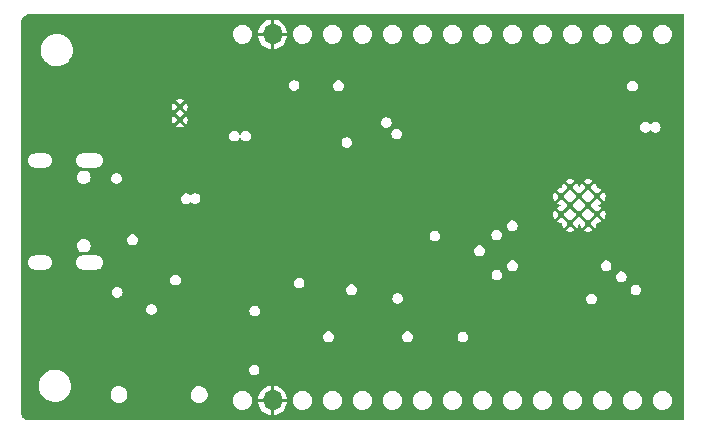
<source format=gbr>
%TF.GenerationSoftware,KiCad,Pcbnew,7.0.5-0*%
%TF.CreationDate,2024-04-29T00:28:01+02:00*%
%TF.ProjectId,esp32-eter,65737033-322d-4657-9465-722e6b696361,rev?*%
%TF.SameCoordinates,Original*%
%TF.FileFunction,Copper,L2,Inr*%
%TF.FilePolarity,Positive*%
%FSLAX46Y46*%
G04 Gerber Fmt 4.6, Leading zero omitted, Abs format (unit mm)*
G04 Created by KiCad (PCBNEW 7.0.5-0) date 2024-04-29 00:28:01*
%MOMM*%
%LPD*%
G01*
G04 APERTURE LIST*
%TA.AperFunction,ComponentPad*%
%ADD10O,1.700000X1.700000*%
%TD*%
%TA.AperFunction,HeatsinkPad*%
%ADD11C,0.600000*%
%TD*%
%TA.AperFunction,ComponentPad*%
%ADD12C,0.500000*%
%TD*%
%TA.AperFunction,ViaPad*%
%ADD13C,0.700000*%
%TD*%
%TA.AperFunction,ViaPad*%
%ADD14C,0.900000*%
%TD*%
%TA.AperFunction,ViaPad*%
%ADD15C,0.800000*%
%TD*%
G04 APERTURE END LIST*
D10*
%TO.N,GND*%
%TO.C,J2*%
X88600000Y-83000000D03*
%TD*%
%TO.N,GND*%
%TO.C,J3*%
X88600000Y-52000000D03*
%TD*%
D11*
%TO.N,GND*%
%TO.C,U1*%
X115342500Y-64965000D03*
X113817500Y-64965000D03*
X116105000Y-65727500D03*
X114580000Y-65727500D03*
X113055000Y-65727500D03*
X115342500Y-66490000D03*
X113817500Y-66490000D03*
X116105000Y-67252500D03*
X114580000Y-67252500D03*
X113055000Y-67252500D03*
X115342500Y-68015000D03*
X113817500Y-68015000D03*
%TD*%
D12*
%TO.N,GND*%
%TO.C,U4*%
X80762500Y-59240000D03*
X80762500Y-58140000D03*
%TD*%
D13*
%TO.N,GND*%
X93850000Y-69000000D03*
X102750000Y-61460000D03*
D14*
X94200000Y-57700000D03*
D13*
X121910000Y-77350000D03*
X94750000Y-68050000D03*
X122640000Y-56750000D03*
X82550000Y-61550000D03*
X87560000Y-69750000D03*
X82950000Y-79000000D03*
X85150000Y-70060000D03*
D14*
X77000000Y-51000000D03*
X79000000Y-51000000D03*
X102300000Y-67700000D03*
D13*
X82150000Y-69800000D03*
X75440000Y-67080000D03*
D14*
X77000000Y-73000000D03*
D13*
X91325000Y-77485000D03*
D14*
X75000000Y-51000000D03*
D13*
X82950000Y-79850000D03*
D14*
X79000000Y-73000000D03*
D13*
X73970000Y-73920000D03*
D14*
X100000000Y-58400000D03*
D13*
X92700000Y-73950000D03*
D15*
X90300000Y-66610000D03*
D13*
X93900000Y-67150000D03*
X87970000Y-58210000D03*
X84730000Y-72560000D03*
D14*
X92250000Y-55000000D03*
D13*
X87900000Y-66900000D03*
D14*
X99000000Y-76000000D03*
X75370000Y-70510000D03*
X113000000Y-81000000D03*
X119000000Y-79000000D03*
X76000000Y-59000000D03*
D13*
X88050000Y-80800000D03*
D14*
X80000000Y-53000000D03*
D13*
X84200000Y-56270000D03*
D14*
X83000000Y-75000000D03*
D13*
X94750000Y-66100000D03*
D14*
X74000000Y-53000000D03*
X77520000Y-70540000D03*
D13*
X93670000Y-61220000D03*
X87900000Y-65850000D03*
D15*
X79830000Y-63210000D03*
D13*
X82550000Y-60650000D03*
X74000000Y-59610000D03*
D14*
X97000000Y-76000000D03*
X92250000Y-57750000D03*
D13*
X96650000Y-66150000D03*
X86750000Y-64600000D03*
D14*
X83000000Y-77000000D03*
D15*
X89290000Y-72770000D03*
D14*
X74000000Y-83000000D03*
X85000000Y-77000000D03*
D13*
X85600000Y-66950000D03*
D15*
X90220000Y-71480000D03*
D14*
X97200000Y-58400000D03*
D13*
X95650000Y-65250000D03*
D14*
X102600000Y-58400000D03*
D13*
X83220000Y-56280000D03*
X89200000Y-54250000D03*
X97400000Y-69000000D03*
X95650000Y-69000000D03*
X83000000Y-68800000D03*
X81150000Y-77550000D03*
D14*
X119000000Y-81000000D03*
X115000000Y-79000000D03*
D13*
X79250000Y-77350000D03*
D14*
X70000000Y-73000000D03*
D13*
X85600000Y-65800000D03*
D14*
X68000000Y-73000000D03*
D13*
X97400000Y-67150000D03*
X82900000Y-78150000D03*
D14*
X68000000Y-79000000D03*
D15*
X90300000Y-62280000D03*
D14*
X71530000Y-57430000D03*
X81000000Y-51000000D03*
D13*
X86750000Y-66900000D03*
X82100000Y-77550000D03*
D14*
X93000000Y-79000000D03*
X68000000Y-51000000D03*
D13*
X85530000Y-72560000D03*
D14*
X102300000Y-65500000D03*
D13*
X87900000Y-64600000D03*
X86900000Y-74000000D03*
X89050000Y-80800000D03*
X96550000Y-68000000D03*
D14*
X102320000Y-63540000D03*
X106100000Y-68900000D03*
X113000000Y-79000000D03*
D13*
X89800000Y-74450000D03*
X88050000Y-54300000D03*
D14*
X90250000Y-55000000D03*
X91000000Y-79000000D03*
D15*
X90300000Y-64350000D03*
D13*
X85600000Y-64600000D03*
D14*
X76000000Y-53000000D03*
D15*
X90250000Y-69160000D03*
D13*
X68250000Y-77260000D03*
X93670000Y-72890000D03*
D14*
X73000000Y-51000000D03*
X119400000Y-72300000D03*
D13*
X79250000Y-76550000D03*
D15*
X77180000Y-63200000D03*
D14*
X83000000Y-51000000D03*
D13*
X97350000Y-65250000D03*
D14*
X91000000Y-81000000D03*
D13*
X68250000Y-76310000D03*
X81300000Y-69810000D03*
X93900000Y-65250000D03*
%TD*%
%TA.AperFunction,Conductor*%
%TO.N,GND*%
G36*
X123443566Y-50317813D02*
G01*
X123468876Y-50361650D01*
X123470000Y-50374500D01*
X123470000Y-84625500D01*
X123452687Y-84673066D01*
X123408850Y-84698376D01*
X123396000Y-84699500D01*
X68001822Y-84699500D01*
X67998193Y-84699322D01*
X67870786Y-84686773D01*
X67856559Y-84683943D01*
X67739286Y-84648369D01*
X67725883Y-84642817D01*
X67617806Y-84585048D01*
X67605745Y-84576989D01*
X67511013Y-84499244D01*
X67500755Y-84488986D01*
X67423010Y-84394254D01*
X67414951Y-84382193D01*
X67357182Y-84274116D01*
X67351630Y-84260713D01*
X67316055Y-84143435D01*
X67313227Y-84129217D01*
X67300678Y-84001806D01*
X67300500Y-83998178D01*
X67300500Y-81692051D01*
X68802536Y-81692051D01*
X68812365Y-81923425D01*
X68812365Y-81923431D01*
X68812366Y-81923433D01*
X68821169Y-81964277D01*
X68861157Y-82149824D01*
X68861158Y-82149827D01*
X68899885Y-82246203D01*
X68947508Y-82364717D01*
X69009805Y-82465893D01*
X69068931Y-82561921D01*
X69090360Y-82586269D01*
X69221940Y-82735773D01*
X69402126Y-82881263D01*
X69402130Y-82881265D01*
X69402131Y-82881266D01*
X69514120Y-82943827D01*
X69604308Y-82994209D01*
X69822670Y-83071361D01*
X70050930Y-83110500D01*
X70050933Y-83110500D01*
X70224517Y-83110500D01*
X70224521Y-83110500D01*
X70397483Y-83095779D01*
X70621601Y-83037423D01*
X70832634Y-82942030D01*
X71024510Y-82812345D01*
X71191708Y-82652098D01*
X71240394Y-82586270D01*
X74889500Y-82586270D01*
X74930792Y-82753797D01*
X75010976Y-82906574D01*
X75125391Y-83035723D01*
X75267389Y-83133737D01*
X75428717Y-83194921D01*
X75428720Y-83194921D01*
X75428722Y-83194922D01*
X75557015Y-83210499D01*
X75557025Y-83210500D01*
X75642975Y-83210500D01*
X75642984Y-83210499D01*
X75771277Y-83194922D01*
X75771277Y-83194921D01*
X75771283Y-83194921D01*
X75932611Y-83133737D01*
X76074609Y-83035723D01*
X76189024Y-82906574D01*
X76269208Y-82753797D01*
X76310500Y-82586270D01*
X81689500Y-82586270D01*
X81730792Y-82753797D01*
X81810976Y-82906574D01*
X81925391Y-83035723D01*
X82067389Y-83133737D01*
X82228717Y-83194921D01*
X82228720Y-83194921D01*
X82228722Y-83194922D01*
X82357015Y-83210499D01*
X82357025Y-83210500D01*
X82442975Y-83210500D01*
X82442984Y-83210499D01*
X82571277Y-83194922D01*
X82571277Y-83194921D01*
X82571283Y-83194921D01*
X82732611Y-83133737D01*
X82874609Y-83035723D01*
X82906257Y-83000000D01*
X85254435Y-83000000D01*
X85274632Y-83179254D01*
X85274634Y-83179263D01*
X85334209Y-83349520D01*
X85405547Y-83463054D01*
X85430184Y-83502262D01*
X85557738Y-83629816D01*
X85653712Y-83690120D01*
X85710479Y-83725790D01*
X85880736Y-83785365D01*
X85880745Y-83785368D01*
X86015046Y-83800500D01*
X86015050Y-83800500D01*
X86104950Y-83800500D01*
X86104954Y-83800500D01*
X86239255Y-83785368D01*
X86307481Y-83761494D01*
X86409520Y-83725790D01*
X86409522Y-83725789D01*
X86562262Y-83629816D01*
X86689816Y-83502262D01*
X86785789Y-83349522D01*
X86845368Y-83179255D01*
X86865565Y-83000000D01*
X86851481Y-82874999D01*
X87356160Y-82874999D01*
X87356161Y-82875000D01*
X88115595Y-82875000D01*
X88100000Y-82928111D01*
X88100000Y-83071889D01*
X88115595Y-83125000D01*
X87356161Y-83125000D01*
X87364287Y-83217885D01*
X87364288Y-83217893D01*
X87420895Y-83429153D01*
X87513334Y-83627388D01*
X87638785Y-83806551D01*
X87793448Y-83961214D01*
X87972611Y-84086665D01*
X88170846Y-84179104D01*
X88382106Y-84235711D01*
X88382113Y-84235712D01*
X88475000Y-84243838D01*
X88475000Y-83487169D01*
X88564237Y-83500000D01*
X88635763Y-83500000D01*
X88725000Y-83487169D01*
X88725000Y-84243837D01*
X88817886Y-84235712D01*
X88817893Y-84235711D01*
X89029153Y-84179104D01*
X89227388Y-84086665D01*
X89406551Y-83961214D01*
X89561214Y-83806551D01*
X89686665Y-83627388D01*
X89779104Y-83429153D01*
X89835711Y-83217893D01*
X89835712Y-83217885D01*
X89843839Y-83125000D01*
X89084405Y-83125000D01*
X89100000Y-83071889D01*
X89100000Y-83000000D01*
X90334435Y-83000000D01*
X90354632Y-83179254D01*
X90354634Y-83179263D01*
X90414209Y-83349520D01*
X90485547Y-83463054D01*
X90510184Y-83502262D01*
X90637738Y-83629816D01*
X90733712Y-83690120D01*
X90790479Y-83725790D01*
X90960736Y-83785365D01*
X90960745Y-83785368D01*
X91095046Y-83800500D01*
X91095050Y-83800500D01*
X91184950Y-83800500D01*
X91184954Y-83800500D01*
X91319255Y-83785368D01*
X91387481Y-83761494D01*
X91489520Y-83725790D01*
X91489522Y-83725789D01*
X91642262Y-83629816D01*
X91769816Y-83502262D01*
X91865789Y-83349522D01*
X91925368Y-83179255D01*
X91945565Y-83000000D01*
X92874435Y-83000000D01*
X92894632Y-83179254D01*
X92894634Y-83179263D01*
X92954209Y-83349520D01*
X93025547Y-83463054D01*
X93050184Y-83502262D01*
X93177738Y-83629816D01*
X93273712Y-83690120D01*
X93330479Y-83725790D01*
X93500736Y-83785365D01*
X93500745Y-83785368D01*
X93635046Y-83800500D01*
X93635050Y-83800500D01*
X93724950Y-83800500D01*
X93724954Y-83800500D01*
X93859255Y-83785368D01*
X93927481Y-83761494D01*
X94029520Y-83725790D01*
X94029522Y-83725789D01*
X94182262Y-83629816D01*
X94309816Y-83502262D01*
X94405789Y-83349522D01*
X94465368Y-83179255D01*
X94485565Y-83000000D01*
X95414435Y-83000000D01*
X95434632Y-83179254D01*
X95434634Y-83179263D01*
X95494209Y-83349520D01*
X95565547Y-83463054D01*
X95590184Y-83502262D01*
X95717738Y-83629816D01*
X95813712Y-83690120D01*
X95870479Y-83725790D01*
X96040736Y-83785365D01*
X96040745Y-83785368D01*
X96175046Y-83800500D01*
X96175050Y-83800500D01*
X96264950Y-83800500D01*
X96264954Y-83800500D01*
X96399255Y-83785368D01*
X96467481Y-83761494D01*
X96569520Y-83725790D01*
X96569522Y-83725789D01*
X96722262Y-83629816D01*
X96849816Y-83502262D01*
X96945789Y-83349522D01*
X97005368Y-83179255D01*
X97025565Y-83000000D01*
X97954435Y-83000000D01*
X97974632Y-83179254D01*
X97974634Y-83179263D01*
X98034209Y-83349520D01*
X98105547Y-83463054D01*
X98130184Y-83502262D01*
X98257738Y-83629816D01*
X98353712Y-83690120D01*
X98410479Y-83725790D01*
X98580736Y-83785365D01*
X98580745Y-83785368D01*
X98715046Y-83800500D01*
X98715050Y-83800500D01*
X98804950Y-83800500D01*
X98804954Y-83800500D01*
X98939255Y-83785368D01*
X99007481Y-83761494D01*
X99109520Y-83725790D01*
X99109522Y-83725789D01*
X99262262Y-83629816D01*
X99389816Y-83502262D01*
X99485789Y-83349522D01*
X99545368Y-83179255D01*
X99565565Y-83000000D01*
X100494435Y-83000000D01*
X100514632Y-83179254D01*
X100514634Y-83179263D01*
X100574209Y-83349520D01*
X100645547Y-83463054D01*
X100670184Y-83502262D01*
X100797738Y-83629816D01*
X100893712Y-83690120D01*
X100950479Y-83725790D01*
X101120736Y-83785365D01*
X101120745Y-83785368D01*
X101255046Y-83800500D01*
X101255050Y-83800500D01*
X101344950Y-83800500D01*
X101344954Y-83800500D01*
X101479255Y-83785368D01*
X101547481Y-83761494D01*
X101649520Y-83725790D01*
X101649522Y-83725789D01*
X101802262Y-83629816D01*
X101929816Y-83502262D01*
X102025789Y-83349522D01*
X102085368Y-83179255D01*
X102105565Y-83000000D01*
X103034435Y-83000000D01*
X103054632Y-83179254D01*
X103054634Y-83179263D01*
X103114209Y-83349520D01*
X103185547Y-83463054D01*
X103210184Y-83502262D01*
X103337738Y-83629816D01*
X103433712Y-83690120D01*
X103490479Y-83725790D01*
X103660736Y-83785365D01*
X103660745Y-83785368D01*
X103795046Y-83800500D01*
X103795050Y-83800500D01*
X103884950Y-83800500D01*
X103884954Y-83800500D01*
X104019255Y-83785368D01*
X104087481Y-83761494D01*
X104189520Y-83725790D01*
X104189522Y-83725789D01*
X104342262Y-83629816D01*
X104469816Y-83502262D01*
X104565789Y-83349522D01*
X104625368Y-83179255D01*
X104645565Y-83000000D01*
X105574435Y-83000000D01*
X105594632Y-83179254D01*
X105594634Y-83179263D01*
X105654209Y-83349520D01*
X105725547Y-83463054D01*
X105750184Y-83502262D01*
X105877738Y-83629816D01*
X105973712Y-83690120D01*
X106030479Y-83725790D01*
X106200736Y-83785365D01*
X106200745Y-83785368D01*
X106335046Y-83800500D01*
X106335050Y-83800500D01*
X106424950Y-83800500D01*
X106424954Y-83800500D01*
X106559255Y-83785368D01*
X106627481Y-83761494D01*
X106729520Y-83725790D01*
X106729522Y-83725789D01*
X106882262Y-83629816D01*
X107009816Y-83502262D01*
X107105789Y-83349522D01*
X107165368Y-83179255D01*
X107185565Y-83000000D01*
X108114435Y-83000000D01*
X108134632Y-83179254D01*
X108134634Y-83179263D01*
X108194209Y-83349520D01*
X108265547Y-83463054D01*
X108290184Y-83502262D01*
X108417738Y-83629816D01*
X108513712Y-83690120D01*
X108570479Y-83725790D01*
X108740736Y-83785365D01*
X108740745Y-83785368D01*
X108875046Y-83800500D01*
X108875050Y-83800500D01*
X108964950Y-83800500D01*
X108964954Y-83800500D01*
X109099255Y-83785368D01*
X109167481Y-83761494D01*
X109269520Y-83725790D01*
X109269522Y-83725789D01*
X109422262Y-83629816D01*
X109549816Y-83502262D01*
X109645789Y-83349522D01*
X109705368Y-83179255D01*
X109725565Y-83000000D01*
X110654435Y-83000000D01*
X110674632Y-83179254D01*
X110674634Y-83179263D01*
X110734209Y-83349520D01*
X110805547Y-83463054D01*
X110830184Y-83502262D01*
X110957738Y-83629816D01*
X111053712Y-83690120D01*
X111110479Y-83725790D01*
X111280736Y-83785365D01*
X111280745Y-83785368D01*
X111415046Y-83800500D01*
X111415050Y-83800500D01*
X111504950Y-83800500D01*
X111504954Y-83800500D01*
X111639255Y-83785368D01*
X111707481Y-83761494D01*
X111809520Y-83725790D01*
X111809522Y-83725789D01*
X111962262Y-83629816D01*
X112089816Y-83502262D01*
X112185789Y-83349522D01*
X112245368Y-83179255D01*
X112265565Y-83000000D01*
X113194435Y-83000000D01*
X113214632Y-83179254D01*
X113214634Y-83179263D01*
X113274209Y-83349520D01*
X113345547Y-83463054D01*
X113370184Y-83502262D01*
X113497738Y-83629816D01*
X113593712Y-83690120D01*
X113650479Y-83725790D01*
X113820736Y-83785365D01*
X113820745Y-83785368D01*
X113955046Y-83800500D01*
X113955050Y-83800500D01*
X114044950Y-83800500D01*
X114044954Y-83800500D01*
X114179255Y-83785368D01*
X114247481Y-83761494D01*
X114349520Y-83725790D01*
X114349522Y-83725789D01*
X114502262Y-83629816D01*
X114629816Y-83502262D01*
X114725789Y-83349522D01*
X114785368Y-83179255D01*
X114805565Y-83000000D01*
X115734435Y-83000000D01*
X115754632Y-83179254D01*
X115754634Y-83179263D01*
X115814209Y-83349520D01*
X115885547Y-83463054D01*
X115910184Y-83502262D01*
X116037738Y-83629816D01*
X116133712Y-83690120D01*
X116190479Y-83725790D01*
X116360736Y-83785365D01*
X116360745Y-83785368D01*
X116495046Y-83800500D01*
X116495050Y-83800500D01*
X116584950Y-83800500D01*
X116584954Y-83800500D01*
X116719255Y-83785368D01*
X116787481Y-83761494D01*
X116889520Y-83725790D01*
X116889522Y-83725789D01*
X117042262Y-83629816D01*
X117169816Y-83502262D01*
X117265789Y-83349522D01*
X117325368Y-83179255D01*
X117345565Y-83000000D01*
X118274435Y-83000000D01*
X118294632Y-83179254D01*
X118294634Y-83179263D01*
X118354209Y-83349520D01*
X118425547Y-83463054D01*
X118450184Y-83502262D01*
X118577738Y-83629816D01*
X118673712Y-83690120D01*
X118730479Y-83725790D01*
X118900736Y-83785365D01*
X118900745Y-83785368D01*
X119035046Y-83800500D01*
X119035050Y-83800500D01*
X119124950Y-83800500D01*
X119124954Y-83800500D01*
X119259255Y-83785368D01*
X119327481Y-83761494D01*
X119429520Y-83725790D01*
X119429522Y-83725789D01*
X119582262Y-83629816D01*
X119709816Y-83502262D01*
X119805789Y-83349522D01*
X119865368Y-83179255D01*
X119885565Y-83000000D01*
X120814435Y-83000000D01*
X120834632Y-83179254D01*
X120834634Y-83179263D01*
X120894209Y-83349520D01*
X120965547Y-83463054D01*
X120990184Y-83502262D01*
X121117738Y-83629816D01*
X121213712Y-83690120D01*
X121270479Y-83725790D01*
X121440736Y-83785365D01*
X121440745Y-83785368D01*
X121575046Y-83800500D01*
X121575050Y-83800500D01*
X121664950Y-83800500D01*
X121664954Y-83800500D01*
X121799255Y-83785368D01*
X121867481Y-83761494D01*
X121969520Y-83725790D01*
X121969522Y-83725789D01*
X122122262Y-83629816D01*
X122249816Y-83502262D01*
X122345789Y-83349522D01*
X122405368Y-83179255D01*
X122425565Y-83000000D01*
X122405368Y-82820745D01*
X122402428Y-82812343D01*
X122345790Y-82650479D01*
X122290145Y-82561921D01*
X122249816Y-82497738D01*
X122122262Y-82370184D01*
X122083053Y-82345547D01*
X121969520Y-82274209D01*
X121799263Y-82214634D01*
X121799256Y-82214632D01*
X121799255Y-82214632D01*
X121664954Y-82199500D01*
X121575046Y-82199500D01*
X121440745Y-82214632D01*
X121440736Y-82214634D01*
X121270479Y-82274209D01*
X121117739Y-82370183D01*
X120990183Y-82497739D01*
X120894209Y-82650479D01*
X120834634Y-82820736D01*
X120834632Y-82820745D01*
X120814435Y-83000000D01*
X119885565Y-83000000D01*
X119865368Y-82820745D01*
X119862428Y-82812343D01*
X119805790Y-82650479D01*
X119750145Y-82561921D01*
X119709816Y-82497738D01*
X119582262Y-82370184D01*
X119543054Y-82345547D01*
X119429520Y-82274209D01*
X119259263Y-82214634D01*
X119259256Y-82214632D01*
X119259255Y-82214632D01*
X119124954Y-82199500D01*
X119035046Y-82199500D01*
X118900745Y-82214632D01*
X118900736Y-82214634D01*
X118730479Y-82274209D01*
X118577739Y-82370183D01*
X118450183Y-82497739D01*
X118354209Y-82650479D01*
X118294634Y-82820736D01*
X118294632Y-82820745D01*
X118274435Y-83000000D01*
X117345565Y-83000000D01*
X117325368Y-82820745D01*
X117322428Y-82812343D01*
X117265790Y-82650479D01*
X117210145Y-82561921D01*
X117169816Y-82497738D01*
X117042262Y-82370184D01*
X117003054Y-82345547D01*
X116889520Y-82274209D01*
X116719263Y-82214634D01*
X116719256Y-82214632D01*
X116719255Y-82214632D01*
X116584954Y-82199500D01*
X116495046Y-82199500D01*
X116360745Y-82214632D01*
X116360736Y-82214634D01*
X116190479Y-82274209D01*
X116037739Y-82370183D01*
X115910183Y-82497739D01*
X115814209Y-82650479D01*
X115754634Y-82820736D01*
X115754632Y-82820745D01*
X115734435Y-83000000D01*
X114805565Y-83000000D01*
X114785368Y-82820745D01*
X114782428Y-82812343D01*
X114725790Y-82650479D01*
X114670145Y-82561921D01*
X114629816Y-82497738D01*
X114502262Y-82370184D01*
X114463054Y-82345547D01*
X114349520Y-82274209D01*
X114179263Y-82214634D01*
X114179256Y-82214632D01*
X114179255Y-82214632D01*
X114044954Y-82199500D01*
X113955046Y-82199500D01*
X113820745Y-82214632D01*
X113820736Y-82214634D01*
X113650479Y-82274209D01*
X113497739Y-82370183D01*
X113370183Y-82497739D01*
X113274209Y-82650479D01*
X113214634Y-82820736D01*
X113214632Y-82820745D01*
X113194435Y-83000000D01*
X112265565Y-83000000D01*
X112245368Y-82820745D01*
X112242428Y-82812343D01*
X112185790Y-82650479D01*
X112130145Y-82561921D01*
X112089816Y-82497738D01*
X111962262Y-82370184D01*
X111923054Y-82345547D01*
X111809520Y-82274209D01*
X111639263Y-82214634D01*
X111639256Y-82214632D01*
X111639255Y-82214632D01*
X111504954Y-82199500D01*
X111415046Y-82199500D01*
X111280745Y-82214632D01*
X111280736Y-82214634D01*
X111110479Y-82274209D01*
X110957739Y-82370183D01*
X110830183Y-82497739D01*
X110734209Y-82650479D01*
X110674634Y-82820736D01*
X110674632Y-82820745D01*
X110654435Y-83000000D01*
X109725565Y-83000000D01*
X109705368Y-82820745D01*
X109702428Y-82812343D01*
X109645790Y-82650479D01*
X109590145Y-82561921D01*
X109549816Y-82497738D01*
X109422262Y-82370184D01*
X109383054Y-82345547D01*
X109269520Y-82274209D01*
X109099263Y-82214634D01*
X109099256Y-82214632D01*
X109099255Y-82214632D01*
X108964954Y-82199500D01*
X108875046Y-82199500D01*
X108740745Y-82214632D01*
X108740736Y-82214634D01*
X108570479Y-82274209D01*
X108417739Y-82370183D01*
X108290183Y-82497739D01*
X108194209Y-82650479D01*
X108134634Y-82820736D01*
X108134632Y-82820745D01*
X108114435Y-83000000D01*
X107185565Y-83000000D01*
X107165368Y-82820745D01*
X107162428Y-82812343D01*
X107105790Y-82650479D01*
X107050145Y-82561921D01*
X107009816Y-82497738D01*
X106882262Y-82370184D01*
X106843054Y-82345547D01*
X106729520Y-82274209D01*
X106559263Y-82214634D01*
X106559256Y-82214632D01*
X106559255Y-82214632D01*
X106424954Y-82199500D01*
X106335046Y-82199500D01*
X106200745Y-82214632D01*
X106200736Y-82214634D01*
X106030479Y-82274209D01*
X105877739Y-82370183D01*
X105750183Y-82497739D01*
X105654209Y-82650479D01*
X105594634Y-82820736D01*
X105594632Y-82820745D01*
X105574435Y-83000000D01*
X104645565Y-83000000D01*
X104625368Y-82820745D01*
X104622428Y-82812343D01*
X104565790Y-82650479D01*
X104510145Y-82561921D01*
X104469816Y-82497738D01*
X104342262Y-82370184D01*
X104303054Y-82345547D01*
X104189520Y-82274209D01*
X104019263Y-82214634D01*
X104019256Y-82214632D01*
X104019255Y-82214632D01*
X103884954Y-82199500D01*
X103795046Y-82199500D01*
X103660745Y-82214632D01*
X103660736Y-82214634D01*
X103490479Y-82274209D01*
X103337739Y-82370183D01*
X103210183Y-82497739D01*
X103114209Y-82650479D01*
X103054634Y-82820736D01*
X103054632Y-82820745D01*
X103034435Y-83000000D01*
X102105565Y-83000000D01*
X102085368Y-82820745D01*
X102082428Y-82812343D01*
X102025790Y-82650479D01*
X101970145Y-82561921D01*
X101929816Y-82497738D01*
X101802262Y-82370184D01*
X101763054Y-82345547D01*
X101649520Y-82274209D01*
X101479263Y-82214634D01*
X101479256Y-82214632D01*
X101479255Y-82214632D01*
X101344954Y-82199500D01*
X101255046Y-82199500D01*
X101120745Y-82214632D01*
X101120736Y-82214634D01*
X100950479Y-82274209D01*
X100797739Y-82370183D01*
X100670183Y-82497739D01*
X100574209Y-82650479D01*
X100514634Y-82820736D01*
X100514632Y-82820745D01*
X100494435Y-83000000D01*
X99565565Y-83000000D01*
X99545368Y-82820745D01*
X99542428Y-82812343D01*
X99485790Y-82650479D01*
X99430145Y-82561921D01*
X99389816Y-82497738D01*
X99262262Y-82370184D01*
X99223054Y-82345547D01*
X99109520Y-82274209D01*
X98939263Y-82214634D01*
X98939256Y-82214632D01*
X98939255Y-82214632D01*
X98804954Y-82199500D01*
X98715046Y-82199500D01*
X98580745Y-82214632D01*
X98580736Y-82214634D01*
X98410479Y-82274209D01*
X98257739Y-82370183D01*
X98130183Y-82497739D01*
X98034209Y-82650479D01*
X97974634Y-82820736D01*
X97974632Y-82820745D01*
X97954435Y-83000000D01*
X97025565Y-83000000D01*
X97005368Y-82820745D01*
X97002428Y-82812343D01*
X96945790Y-82650479D01*
X96890145Y-82561921D01*
X96849816Y-82497738D01*
X96722262Y-82370184D01*
X96683054Y-82345547D01*
X96569520Y-82274209D01*
X96399263Y-82214634D01*
X96399256Y-82214632D01*
X96399255Y-82214632D01*
X96264954Y-82199500D01*
X96175046Y-82199500D01*
X96040745Y-82214632D01*
X96040736Y-82214634D01*
X95870479Y-82274209D01*
X95717739Y-82370183D01*
X95590183Y-82497739D01*
X95494209Y-82650479D01*
X95434634Y-82820736D01*
X95434632Y-82820745D01*
X95414435Y-83000000D01*
X94485565Y-83000000D01*
X94465368Y-82820745D01*
X94462428Y-82812343D01*
X94405790Y-82650479D01*
X94350145Y-82561921D01*
X94309816Y-82497738D01*
X94182262Y-82370184D01*
X94143054Y-82345547D01*
X94029520Y-82274209D01*
X93859263Y-82214634D01*
X93859256Y-82214632D01*
X93859255Y-82214632D01*
X93724954Y-82199500D01*
X93635046Y-82199500D01*
X93500745Y-82214632D01*
X93500736Y-82214634D01*
X93330479Y-82274209D01*
X93177739Y-82370183D01*
X93050183Y-82497739D01*
X92954209Y-82650479D01*
X92894634Y-82820736D01*
X92894632Y-82820745D01*
X92874435Y-83000000D01*
X91945565Y-83000000D01*
X91925368Y-82820745D01*
X91922428Y-82812343D01*
X91865790Y-82650479D01*
X91810145Y-82561921D01*
X91769816Y-82497738D01*
X91642262Y-82370184D01*
X91603054Y-82345547D01*
X91489520Y-82274209D01*
X91319263Y-82214634D01*
X91319256Y-82214632D01*
X91319255Y-82214632D01*
X91184954Y-82199500D01*
X91095046Y-82199500D01*
X90960745Y-82214632D01*
X90960736Y-82214634D01*
X90790479Y-82274209D01*
X90637739Y-82370183D01*
X90510183Y-82497739D01*
X90414209Y-82650479D01*
X90354634Y-82820736D01*
X90354632Y-82820745D01*
X90334435Y-83000000D01*
X89100000Y-83000000D01*
X89100000Y-82928111D01*
X89084405Y-82875000D01*
X89843839Y-82875000D01*
X89843839Y-82874999D01*
X89835712Y-82782114D01*
X89835711Y-82782106D01*
X89779105Y-82570849D01*
X89779100Y-82570838D01*
X89686665Y-82372612D01*
X89561212Y-82193445D01*
X89406551Y-82038785D01*
X89406552Y-82038785D01*
X89227388Y-81913334D01*
X89029153Y-81820895D01*
X88817893Y-81764288D01*
X88817885Y-81764287D01*
X88725000Y-81756160D01*
X88725000Y-82512830D01*
X88635763Y-82500000D01*
X88564237Y-82500000D01*
X88474999Y-82512830D01*
X88475000Y-81756161D01*
X88474999Y-81756160D01*
X88382114Y-81764287D01*
X88382106Y-81764288D01*
X88170849Y-81820894D01*
X88170838Y-81820899D01*
X87972612Y-81913334D01*
X87793445Y-82038787D01*
X87638787Y-82193445D01*
X87513334Y-82372612D01*
X87420899Y-82570838D01*
X87420894Y-82570849D01*
X87364288Y-82782106D01*
X87364287Y-82782114D01*
X87356160Y-82874999D01*
X86851481Y-82874999D01*
X86845368Y-82820745D01*
X86842428Y-82812343D01*
X86785790Y-82650479D01*
X86730145Y-82561921D01*
X86689816Y-82497738D01*
X86562262Y-82370184D01*
X86523054Y-82345547D01*
X86409520Y-82274209D01*
X86239263Y-82214634D01*
X86239256Y-82214632D01*
X86239255Y-82214632D01*
X86104954Y-82199500D01*
X86015046Y-82199500D01*
X85880745Y-82214632D01*
X85880736Y-82214634D01*
X85710479Y-82274209D01*
X85557739Y-82370183D01*
X85430183Y-82497739D01*
X85334209Y-82650479D01*
X85274634Y-82820736D01*
X85274632Y-82820745D01*
X85254435Y-83000000D01*
X82906257Y-83000000D01*
X82989024Y-82906574D01*
X83069208Y-82753797D01*
X83110500Y-82586270D01*
X83110500Y-82413730D01*
X83069208Y-82246203D01*
X82989024Y-82093426D01*
X82874609Y-81964277D01*
X82815437Y-81923433D01*
X82732610Y-81866262D01*
X82632465Y-81828282D01*
X82571283Y-81805079D01*
X82571281Y-81805078D01*
X82571277Y-81805077D01*
X82442984Y-81789500D01*
X82442975Y-81789500D01*
X82357025Y-81789500D01*
X82357015Y-81789500D01*
X82228722Y-81805077D01*
X82228717Y-81805079D01*
X82067389Y-81866262D01*
X81925391Y-81964276D01*
X81810975Y-82093427D01*
X81755304Y-82199500D01*
X81730792Y-82246203D01*
X81689500Y-82413730D01*
X81689500Y-82586270D01*
X76310500Y-82586270D01*
X76310500Y-82413730D01*
X76269208Y-82246203D01*
X76189024Y-82093426D01*
X76074609Y-81964277D01*
X76015437Y-81923433D01*
X75932610Y-81866262D01*
X75832465Y-81828282D01*
X75771283Y-81805079D01*
X75771281Y-81805078D01*
X75771277Y-81805077D01*
X75642984Y-81789500D01*
X75642975Y-81789500D01*
X75557025Y-81789500D01*
X75557015Y-81789500D01*
X75428722Y-81805077D01*
X75428717Y-81805079D01*
X75267389Y-81866262D01*
X75125391Y-81964276D01*
X75010975Y-82093427D01*
X74955304Y-82199500D01*
X74930792Y-82246203D01*
X74889500Y-82413730D01*
X74889500Y-82586270D01*
X71240394Y-82586270D01*
X71329420Y-82465899D01*
X71433683Y-82259105D01*
X71501498Y-82037665D01*
X71530915Y-81807950D01*
X71521086Y-81576567D01*
X71472294Y-81350174D01*
X71385944Y-81135283D01*
X71264519Y-80938077D01*
X71111512Y-80764227D01*
X70931326Y-80618737D01*
X70931322Y-80618735D01*
X70931320Y-80618733D01*
X70729143Y-80505790D01*
X70568694Y-80449100D01*
X70510782Y-80428639D01*
X70402073Y-80409999D01*
X86584867Y-80409999D01*
X86603302Y-80538223D01*
X86603302Y-80538224D01*
X86603303Y-80538226D01*
X86657118Y-80656063D01*
X86741951Y-80753967D01*
X86850931Y-80824004D01*
X86975228Y-80860500D01*
X87104772Y-80860500D01*
X87229069Y-80824004D01*
X87338049Y-80753967D01*
X87422882Y-80656063D01*
X87476697Y-80538226D01*
X87495133Y-80410000D01*
X87476697Y-80281774D01*
X87422882Y-80163937D01*
X87338049Y-80066033D01*
X87271032Y-80022964D01*
X87229068Y-79995995D01*
X87104772Y-79959500D01*
X86975228Y-79959500D01*
X86850931Y-79995995D01*
X86741954Y-80066031D01*
X86741950Y-80066034D01*
X86657119Y-80163935D01*
X86603302Y-80281776D01*
X86584867Y-80409999D01*
X70402073Y-80409999D01*
X70282522Y-80389500D01*
X70108931Y-80389500D01*
X70108927Y-80389500D01*
X70108910Y-80389501D01*
X69935972Y-80404220D01*
X69711854Y-80462576D01*
X69711849Y-80462577D01*
X69500816Y-80557971D01*
X69308940Y-80687656D01*
X69141743Y-80847902D01*
X69004030Y-81034104D01*
X69004029Y-81034106D01*
X68899768Y-81240894D01*
X68831955Y-81462328D01*
X68802537Y-81692050D01*
X68802536Y-81692051D01*
X67300500Y-81692051D01*
X67300500Y-77600000D01*
X92884867Y-77600000D01*
X92903302Y-77728223D01*
X92903302Y-77728224D01*
X92903303Y-77728226D01*
X92957118Y-77846063D01*
X93041951Y-77943967D01*
X93150931Y-78014004D01*
X93275228Y-78050500D01*
X93404772Y-78050500D01*
X93529069Y-78014004D01*
X93638049Y-77943967D01*
X93722882Y-77846063D01*
X93776697Y-77728226D01*
X93795133Y-77600000D01*
X99584867Y-77600000D01*
X99603302Y-77728223D01*
X99603302Y-77728224D01*
X99603303Y-77728226D01*
X99657118Y-77846063D01*
X99741951Y-77943967D01*
X99850931Y-78014004D01*
X99975228Y-78050500D01*
X100104772Y-78050500D01*
X100229069Y-78014004D01*
X100338049Y-77943967D01*
X100422882Y-77846063D01*
X100476697Y-77728226D01*
X100490820Y-77630000D01*
X104264867Y-77630000D01*
X104283302Y-77758223D01*
X104283302Y-77758224D01*
X104283303Y-77758226D01*
X104337118Y-77876063D01*
X104421951Y-77973967D01*
X104530931Y-78044004D01*
X104655228Y-78080500D01*
X104784772Y-78080500D01*
X104909069Y-78044004D01*
X105018049Y-77973967D01*
X105102882Y-77876063D01*
X105156697Y-77758226D01*
X105175133Y-77630000D01*
X105156697Y-77501774D01*
X105102882Y-77383937D01*
X105018049Y-77286033D01*
X104951032Y-77242964D01*
X104909068Y-77215995D01*
X104784772Y-77179500D01*
X104655228Y-77179500D01*
X104530931Y-77215995D01*
X104421954Y-77286031D01*
X104421950Y-77286034D01*
X104337119Y-77383935D01*
X104283302Y-77501776D01*
X104264867Y-77630000D01*
X100490820Y-77630000D01*
X100495133Y-77600000D01*
X100476697Y-77471774D01*
X100422882Y-77353937D01*
X100338049Y-77256033D01*
X100271032Y-77212964D01*
X100229068Y-77185995D01*
X100104772Y-77149500D01*
X99975228Y-77149500D01*
X99850931Y-77185995D01*
X99741954Y-77256031D01*
X99741950Y-77256034D01*
X99657119Y-77353935D01*
X99603302Y-77471776D01*
X99584867Y-77600000D01*
X93795133Y-77600000D01*
X93776697Y-77471774D01*
X93722882Y-77353937D01*
X93638049Y-77256033D01*
X93571032Y-77212964D01*
X93529068Y-77185995D01*
X93404772Y-77149500D01*
X93275228Y-77149500D01*
X93150931Y-77185995D01*
X93041954Y-77256031D01*
X93041950Y-77256034D01*
X92957119Y-77353935D01*
X92903302Y-77471776D01*
X92884867Y-77600000D01*
X67300500Y-77600000D01*
X67300500Y-75299999D01*
X77894867Y-75299999D01*
X77913302Y-75428223D01*
X77913302Y-75428224D01*
X77913303Y-75428226D01*
X77967118Y-75546063D01*
X78051951Y-75643967D01*
X78160931Y-75714004D01*
X78285228Y-75750500D01*
X78414772Y-75750500D01*
X78539069Y-75714004D01*
X78648049Y-75643967D01*
X78732882Y-75546063D01*
X78785887Y-75430000D01*
X86644867Y-75430000D01*
X86663302Y-75558223D01*
X86663302Y-75558224D01*
X86663303Y-75558226D01*
X86717118Y-75676063D01*
X86801951Y-75773967D01*
X86910931Y-75844004D01*
X87035228Y-75880500D01*
X87164772Y-75880500D01*
X87289069Y-75844004D01*
X87398049Y-75773967D01*
X87482882Y-75676063D01*
X87536697Y-75558226D01*
X87555133Y-75430000D01*
X87536697Y-75301774D01*
X87482882Y-75183937D01*
X87398049Y-75086033D01*
X87331032Y-75042964D01*
X87289068Y-75015995D01*
X87164772Y-74979500D01*
X87035228Y-74979500D01*
X86910931Y-75015995D01*
X86801954Y-75086031D01*
X86801950Y-75086034D01*
X86717119Y-75183935D01*
X86663302Y-75301776D01*
X86644867Y-75430000D01*
X78785887Y-75430000D01*
X78786697Y-75428226D01*
X78805133Y-75300000D01*
X78786697Y-75171774D01*
X78732882Y-75053937D01*
X78648049Y-74956033D01*
X78581032Y-74912964D01*
X78539068Y-74885995D01*
X78414772Y-74849500D01*
X78285228Y-74849500D01*
X78160931Y-74885995D01*
X78051954Y-74956031D01*
X78051950Y-74956034D01*
X77967119Y-75053935D01*
X77913302Y-75171776D01*
X77894867Y-75299999D01*
X67300500Y-75299999D01*
X67300500Y-74375000D01*
X98744867Y-74375000D01*
X98763302Y-74503223D01*
X98763302Y-74503224D01*
X98763303Y-74503226D01*
X98817118Y-74621063D01*
X98901951Y-74718967D01*
X99010931Y-74789004D01*
X99135228Y-74825500D01*
X99264772Y-74825500D01*
X99389069Y-74789004D01*
X99498049Y-74718967D01*
X99582882Y-74621063D01*
X99636697Y-74503226D01*
X99651539Y-74400000D01*
X115144867Y-74400000D01*
X115163302Y-74528223D01*
X115163302Y-74528224D01*
X115163303Y-74528226D01*
X115217118Y-74646063D01*
X115301951Y-74743967D01*
X115410931Y-74814004D01*
X115535228Y-74850500D01*
X115664772Y-74850500D01*
X115789069Y-74814004D01*
X115898049Y-74743967D01*
X115982882Y-74646063D01*
X116036697Y-74528226D01*
X116055133Y-74400000D01*
X116036697Y-74271774D01*
X115982882Y-74153937D01*
X115898049Y-74056033D01*
X115831032Y-74012964D01*
X115789068Y-73985995D01*
X115664772Y-73949500D01*
X115535228Y-73949500D01*
X115410931Y-73985995D01*
X115301954Y-74056031D01*
X115301950Y-74056034D01*
X115217119Y-74153935D01*
X115163302Y-74271776D01*
X115144867Y-74400000D01*
X99651539Y-74400000D01*
X99655133Y-74375000D01*
X99636697Y-74246774D01*
X99582882Y-74128937D01*
X99498049Y-74031033D01*
X99424810Y-73983965D01*
X99389068Y-73960995D01*
X99264772Y-73924500D01*
X99135228Y-73924500D01*
X99010931Y-73960995D01*
X98901954Y-74031031D01*
X98901950Y-74031034D01*
X98817119Y-74128935D01*
X98763302Y-74246776D01*
X98744867Y-74375000D01*
X67300500Y-74375000D01*
X67300500Y-73849999D01*
X74994867Y-73849999D01*
X75013302Y-73978223D01*
X75013302Y-73978224D01*
X75013303Y-73978226D01*
X75067118Y-74096063D01*
X75151951Y-74193967D01*
X75260931Y-74264004D01*
X75385228Y-74300500D01*
X75514772Y-74300500D01*
X75639069Y-74264004D01*
X75748049Y-74193967D01*
X75832882Y-74096063D01*
X75886697Y-73978226D01*
X75905133Y-73850000D01*
X75886697Y-73721774D01*
X75844785Y-73630000D01*
X94834867Y-73630000D01*
X94853302Y-73758223D01*
X94853302Y-73758224D01*
X94853303Y-73758226D01*
X94907118Y-73876063D01*
X94991951Y-73973967D01*
X95100931Y-74044004D01*
X95225228Y-74080500D01*
X95354772Y-74080500D01*
X95479069Y-74044004D01*
X95588049Y-73973967D01*
X95672882Y-73876063D01*
X95726697Y-73758226D01*
X95743695Y-73639999D01*
X118914867Y-73639999D01*
X118933302Y-73768223D01*
X118933302Y-73768224D01*
X118933303Y-73768226D01*
X118987118Y-73886063D01*
X119071951Y-73983967D01*
X119180931Y-74054004D01*
X119305228Y-74090500D01*
X119434772Y-74090500D01*
X119559069Y-74054004D01*
X119668049Y-73983967D01*
X119752882Y-73886063D01*
X119806697Y-73768226D01*
X119825133Y-73640000D01*
X119806697Y-73511774D01*
X119752882Y-73393937D01*
X119668049Y-73296033D01*
X119601032Y-73252964D01*
X119559068Y-73225995D01*
X119434772Y-73189500D01*
X119305228Y-73189500D01*
X119180931Y-73225995D01*
X119071954Y-73296031D01*
X119071950Y-73296034D01*
X118987119Y-73393935D01*
X118987118Y-73393936D01*
X118987118Y-73393937D01*
X118982538Y-73403965D01*
X118933302Y-73511776D01*
X118914867Y-73639999D01*
X95743695Y-73639999D01*
X95745133Y-73630000D01*
X95726697Y-73501774D01*
X95672882Y-73383937D01*
X95588049Y-73286033D01*
X95521032Y-73242964D01*
X95479068Y-73215995D01*
X95354772Y-73179500D01*
X95225228Y-73179500D01*
X95100931Y-73215995D01*
X94991954Y-73286031D01*
X94991950Y-73286034D01*
X94907119Y-73383935D01*
X94907118Y-73383936D01*
X94907118Y-73383937D01*
X94897970Y-73403968D01*
X94853302Y-73501776D01*
X94834867Y-73630000D01*
X75844785Y-73630000D01*
X75832882Y-73603937D01*
X75748049Y-73506033D01*
X75681032Y-73462964D01*
X75639068Y-73435995D01*
X75514772Y-73399500D01*
X75385228Y-73399500D01*
X75260931Y-73435995D01*
X75151954Y-73506031D01*
X75151950Y-73506034D01*
X75067119Y-73603935D01*
X75013302Y-73721776D01*
X74994867Y-73849999D01*
X67300500Y-73849999D01*
X67300500Y-72809999D01*
X79944867Y-72809999D01*
X79963302Y-72938223D01*
X79963302Y-72938224D01*
X79963303Y-72938226D01*
X80017118Y-73056063D01*
X80101951Y-73153967D01*
X80210931Y-73224004D01*
X80335228Y-73260500D01*
X80464772Y-73260500D01*
X80589069Y-73224004D01*
X80698049Y-73153967D01*
X80779471Y-73059999D01*
X90394867Y-73059999D01*
X90413302Y-73188223D01*
X90413302Y-73188224D01*
X90413303Y-73188226D01*
X90467118Y-73306063D01*
X90551951Y-73403967D01*
X90660931Y-73474004D01*
X90785228Y-73510500D01*
X90914772Y-73510500D01*
X91039069Y-73474004D01*
X91148049Y-73403967D01*
X91232882Y-73306063D01*
X91286697Y-73188226D01*
X91305133Y-73060000D01*
X91286697Y-72931774D01*
X91232882Y-72813937D01*
X91148049Y-72716033D01*
X91081032Y-72672964D01*
X91039068Y-72645995D01*
X90914772Y-72609500D01*
X90785228Y-72609500D01*
X90660931Y-72645995D01*
X90551954Y-72716031D01*
X90551950Y-72716034D01*
X90467119Y-72813935D01*
X90413302Y-72931776D01*
X90394867Y-73059999D01*
X80779471Y-73059999D01*
X80782882Y-73056063D01*
X80836697Y-72938226D01*
X80855133Y-72810000D01*
X80836697Y-72681774D01*
X80782882Y-72563937D01*
X80698049Y-72466033D01*
X80598060Y-72401774D01*
X80589068Y-72395995D01*
X80500530Y-72369999D01*
X107144867Y-72369999D01*
X107163302Y-72498223D01*
X107163302Y-72498224D01*
X107163303Y-72498226D01*
X107217118Y-72616063D01*
X107301951Y-72713967D01*
X107410931Y-72784004D01*
X107535228Y-72820500D01*
X107664772Y-72820500D01*
X107789069Y-72784004D01*
X107898049Y-72713967D01*
X107982882Y-72616063D01*
X108022186Y-72530000D01*
X117664867Y-72530000D01*
X117683302Y-72658223D01*
X117683302Y-72658224D01*
X117683303Y-72658226D01*
X117737118Y-72776063D01*
X117821951Y-72873967D01*
X117930931Y-72944004D01*
X118055228Y-72980500D01*
X118184772Y-72980500D01*
X118309069Y-72944004D01*
X118418049Y-72873967D01*
X118502882Y-72776063D01*
X118556697Y-72658226D01*
X118575133Y-72530000D01*
X118556697Y-72401774D01*
X118502882Y-72283937D01*
X118418049Y-72186033D01*
X118351032Y-72142964D01*
X118309068Y-72115995D01*
X118184772Y-72079500D01*
X118055228Y-72079500D01*
X117930931Y-72115995D01*
X117821954Y-72186031D01*
X117821950Y-72186034D01*
X117737119Y-72283935D01*
X117683302Y-72401776D01*
X117664867Y-72530000D01*
X108022186Y-72530000D01*
X108036697Y-72498226D01*
X108055133Y-72370000D01*
X108036697Y-72241774D01*
X107982882Y-72123937D01*
X107898049Y-72026033D01*
X107831032Y-71982964D01*
X107789068Y-71955995D01*
X107664772Y-71919500D01*
X107535228Y-71919500D01*
X107410931Y-71955995D01*
X107301954Y-72026031D01*
X107301950Y-72026034D01*
X107217119Y-72123935D01*
X107163302Y-72241776D01*
X107144867Y-72369999D01*
X80500530Y-72369999D01*
X80464772Y-72359500D01*
X80335228Y-72359500D01*
X80210931Y-72395995D01*
X80101954Y-72466031D01*
X80101950Y-72466034D01*
X80017119Y-72563935D01*
X79963302Y-72681776D01*
X79944867Y-72809999D01*
X67300500Y-72809999D01*
X67300500Y-71320000D01*
X67919318Y-71320000D01*
X67939955Y-71476760D01*
X67939955Y-71476761D01*
X68000464Y-71622841D01*
X68096715Y-71748279D01*
X68096720Y-71748284D01*
X68180345Y-71812451D01*
X68222159Y-71844536D01*
X68368238Y-71905044D01*
X68485639Y-71920500D01*
X68485641Y-71920500D01*
X69364359Y-71920500D01*
X69364361Y-71920500D01*
X69481762Y-71905044D01*
X69627841Y-71844536D01*
X69753282Y-71748282D01*
X69849536Y-71622841D01*
X69910044Y-71476762D01*
X69930682Y-71320000D01*
X71949318Y-71320000D01*
X71969955Y-71476760D01*
X71969955Y-71476761D01*
X72030464Y-71622841D01*
X72126715Y-71748279D01*
X72126720Y-71748284D01*
X72210345Y-71812451D01*
X72252159Y-71844536D01*
X72398238Y-71905044D01*
X72515639Y-71920500D01*
X72515641Y-71920500D01*
X73694359Y-71920500D01*
X73694361Y-71920500D01*
X73811762Y-71905044D01*
X73957841Y-71844536D01*
X74083282Y-71748282D01*
X74179536Y-71622841D01*
X74193140Y-71589999D01*
X108464867Y-71589999D01*
X108483302Y-71718223D01*
X108483302Y-71718224D01*
X108483303Y-71718226D01*
X108537118Y-71836063D01*
X108621951Y-71933967D01*
X108730931Y-72004004D01*
X108855228Y-72040500D01*
X108984772Y-72040500D01*
X109109069Y-72004004D01*
X109218049Y-71933967D01*
X109302882Y-71836063D01*
X109356697Y-71718226D01*
X109375133Y-71590000D01*
X109375133Y-71589999D01*
X116384867Y-71589999D01*
X116403302Y-71718223D01*
X116403302Y-71718224D01*
X116403303Y-71718226D01*
X116457118Y-71836063D01*
X116541951Y-71933967D01*
X116650931Y-72004004D01*
X116775228Y-72040500D01*
X116904772Y-72040500D01*
X117029069Y-72004004D01*
X117138049Y-71933967D01*
X117222882Y-71836063D01*
X117276697Y-71718226D01*
X117295133Y-71590000D01*
X117276697Y-71461774D01*
X117222882Y-71343937D01*
X117138049Y-71246033D01*
X117071032Y-71202964D01*
X117029068Y-71175995D01*
X116904772Y-71139500D01*
X116775228Y-71139500D01*
X116650931Y-71175995D01*
X116541954Y-71246031D01*
X116541950Y-71246034D01*
X116457119Y-71343935D01*
X116403302Y-71461776D01*
X116384867Y-71589999D01*
X109375133Y-71589999D01*
X109356697Y-71461774D01*
X109302882Y-71343937D01*
X109218049Y-71246033D01*
X109151032Y-71202964D01*
X109109068Y-71175995D01*
X108984772Y-71139500D01*
X108855228Y-71139500D01*
X108730931Y-71175995D01*
X108621954Y-71246031D01*
X108621950Y-71246034D01*
X108537119Y-71343935D01*
X108483302Y-71461776D01*
X108464867Y-71589999D01*
X74193140Y-71589999D01*
X74240044Y-71476762D01*
X74260682Y-71320000D01*
X74240044Y-71163238D01*
X74179536Y-71017159D01*
X74083282Y-70891718D01*
X74083279Y-70891715D01*
X73957841Y-70795464D01*
X73811761Y-70734955D01*
X73721675Y-70723095D01*
X73694361Y-70719500D01*
X72515639Y-70719500D01*
X72491171Y-70722721D01*
X72398238Y-70734955D01*
X72252158Y-70795464D01*
X72126720Y-70891715D01*
X72126715Y-70891720D01*
X72030464Y-71017158D01*
X71969955Y-71163238D01*
X71969955Y-71163239D01*
X71949318Y-71320000D01*
X69930682Y-71320000D01*
X69910044Y-71163238D01*
X69849536Y-71017159D01*
X69753282Y-70891718D01*
X69753279Y-70891715D01*
X69627841Y-70795464D01*
X69481761Y-70734955D01*
X69391675Y-70723095D01*
X69364361Y-70719500D01*
X68485639Y-70719500D01*
X68461171Y-70722721D01*
X68368238Y-70734955D01*
X68222158Y-70795464D01*
X68096720Y-70891715D01*
X68096715Y-70891720D01*
X68000464Y-71017158D01*
X67939955Y-71163238D01*
X67939955Y-71163239D01*
X67919318Y-71320000D01*
X67300500Y-71320000D01*
X67300500Y-69890000D01*
X72014448Y-69890000D01*
X72034570Y-70042845D01*
X72093566Y-70185275D01*
X72093567Y-70185276D01*
X72187417Y-70307583D01*
X72309724Y-70401433D01*
X72452154Y-70460429D01*
X72566627Y-70475500D01*
X72566629Y-70475500D01*
X72643371Y-70475500D01*
X72643373Y-70475500D01*
X72757846Y-70460429D01*
X72900276Y-70401433D01*
X72993370Y-70329999D01*
X105664867Y-70329999D01*
X105683302Y-70458223D01*
X105683302Y-70458224D01*
X105683303Y-70458226D01*
X105737118Y-70576063D01*
X105821951Y-70673967D01*
X105930931Y-70744004D01*
X106055228Y-70780500D01*
X106184772Y-70780500D01*
X106309069Y-70744004D01*
X106418049Y-70673967D01*
X106502882Y-70576063D01*
X106556697Y-70458226D01*
X106575133Y-70330000D01*
X106556697Y-70201774D01*
X106502882Y-70083937D01*
X106418049Y-69986033D01*
X106351032Y-69942964D01*
X106309068Y-69915995D01*
X106184772Y-69879500D01*
X106055228Y-69879500D01*
X105930931Y-69915995D01*
X105821954Y-69986031D01*
X105821950Y-69986034D01*
X105737119Y-70083935D01*
X105683302Y-70201776D01*
X105664867Y-70329999D01*
X72993370Y-70329999D01*
X73022583Y-70307583D01*
X73116433Y-70185276D01*
X73175429Y-70042846D01*
X73195552Y-69890000D01*
X73175429Y-69737154D01*
X73116433Y-69594724D01*
X73022583Y-69472417D01*
X72915176Y-69390000D01*
X76284867Y-69390000D01*
X76303302Y-69518223D01*
X76303302Y-69518224D01*
X76303303Y-69518226D01*
X76357118Y-69636063D01*
X76441951Y-69733967D01*
X76550931Y-69804004D01*
X76675228Y-69840500D01*
X76804772Y-69840500D01*
X76929069Y-69804004D01*
X77038049Y-69733967D01*
X77122882Y-69636063D01*
X77176697Y-69518226D01*
X77195133Y-69390000D01*
X77176697Y-69261774D01*
X77122882Y-69143937D01*
X77067481Y-69080000D01*
X101894867Y-69080000D01*
X101913302Y-69208223D01*
X101913302Y-69208224D01*
X101913303Y-69208226D01*
X101967118Y-69326063D01*
X102051951Y-69423967D01*
X102160931Y-69494004D01*
X102285228Y-69530500D01*
X102414772Y-69530500D01*
X102539069Y-69494004D01*
X102648049Y-69423967D01*
X102732882Y-69326063D01*
X102786697Y-69208226D01*
X102805133Y-69080000D01*
X102790755Y-68980000D01*
X107124867Y-68980000D01*
X107143302Y-69108223D01*
X107143302Y-69108224D01*
X107143303Y-69108226D01*
X107197118Y-69226063D01*
X107281951Y-69323967D01*
X107390931Y-69394004D01*
X107515228Y-69430500D01*
X107644772Y-69430500D01*
X107769069Y-69394004D01*
X107878049Y-69323967D01*
X107962882Y-69226063D01*
X108016697Y-69108226D01*
X108035133Y-68980000D01*
X108016697Y-68851774D01*
X107962882Y-68733937D01*
X107878049Y-68636033D01*
X107811032Y-68592964D01*
X107769068Y-68565995D01*
X107644772Y-68529500D01*
X107515228Y-68529500D01*
X107390931Y-68565995D01*
X107281954Y-68636031D01*
X107281950Y-68636034D01*
X107197119Y-68733935D01*
X107143302Y-68851776D01*
X107124867Y-68980000D01*
X102790755Y-68980000D01*
X102786697Y-68951774D01*
X102732882Y-68833937D01*
X102648049Y-68736033D01*
X102581032Y-68692964D01*
X102539068Y-68665995D01*
X102414772Y-68629500D01*
X102285228Y-68629500D01*
X102160931Y-68665995D01*
X102051954Y-68736031D01*
X102051950Y-68736034D01*
X101967119Y-68833935D01*
X101913302Y-68951776D01*
X101894867Y-69080000D01*
X77067481Y-69080000D01*
X77038049Y-69046033D01*
X76971032Y-69002964D01*
X76929068Y-68975995D01*
X76804772Y-68939500D01*
X76675228Y-68939500D01*
X76550931Y-68975995D01*
X76441954Y-69046031D01*
X76441950Y-69046034D01*
X76357119Y-69143935D01*
X76303302Y-69261776D01*
X76284867Y-69390000D01*
X72915176Y-69390000D01*
X72900275Y-69378566D01*
X72757845Y-69319570D01*
X72670006Y-69308006D01*
X72643373Y-69304500D01*
X72566627Y-69304500D01*
X72542769Y-69307641D01*
X72452154Y-69319570D01*
X72309724Y-69378566D01*
X72187417Y-69472417D01*
X72093566Y-69594724D01*
X72034570Y-69737154D01*
X72014448Y-69890000D01*
X67300500Y-69890000D01*
X67300500Y-68209999D01*
X108444867Y-68209999D01*
X108463302Y-68338223D01*
X108463302Y-68338224D01*
X108463303Y-68338226D01*
X108517118Y-68456063D01*
X108601951Y-68553967D01*
X108710931Y-68624004D01*
X108835228Y-68660500D01*
X108964772Y-68660500D01*
X109089069Y-68624004D01*
X109135879Y-68593921D01*
X113415353Y-68593921D01*
X113416932Y-68595318D01*
X113567450Y-68674316D01*
X113732505Y-68714999D01*
X113732509Y-68715000D01*
X113902491Y-68715000D01*
X113902494Y-68714999D01*
X114067549Y-68674316D01*
X114218070Y-68595317D01*
X114219645Y-68593921D01*
X114940353Y-68593921D01*
X114941932Y-68595318D01*
X115092450Y-68674316D01*
X115257505Y-68714999D01*
X115257509Y-68715000D01*
X115427491Y-68715000D01*
X115427494Y-68714999D01*
X115592549Y-68674316D01*
X115743070Y-68595317D01*
X115744644Y-68593921D01*
X115744644Y-68593920D01*
X115342500Y-68191776D01*
X114940353Y-68593921D01*
X114219645Y-68593921D01*
X113817499Y-68191776D01*
X113415353Y-68593921D01*
X109135879Y-68593921D01*
X109198049Y-68553967D01*
X109282882Y-68456063D01*
X109336697Y-68338226D01*
X109355133Y-68210000D01*
X109336697Y-68081774D01*
X109282882Y-67963937D01*
X109198049Y-67866033D01*
X109144191Y-67831421D01*
X112652854Y-67831421D01*
X112654432Y-67832818D01*
X112804950Y-67911816D01*
X112970005Y-67952499D01*
X112970009Y-67952500D01*
X113039212Y-67952500D01*
X113086778Y-67969813D01*
X113112088Y-68013650D01*
X113112672Y-68017580D01*
X113132847Y-68183746D01*
X113132849Y-68183750D01*
X113193128Y-68342694D01*
X113242092Y-68413630D01*
X113608229Y-68047492D01*
X113717500Y-68047492D01*
X113755697Y-68100065D01*
X113801662Y-68115000D01*
X113833338Y-68115000D01*
X113879303Y-68100065D01*
X113917500Y-68047492D01*
X113917500Y-68014999D01*
X113994276Y-68014999D01*
X114392906Y-68413630D01*
X114441872Y-68342691D01*
X114502150Y-68183750D01*
X114502152Y-68183745D01*
X114506540Y-68147608D01*
X114529459Y-68102475D01*
X114576028Y-68082634D01*
X114624455Y-68097368D01*
X114652081Y-68139784D01*
X114653460Y-68147608D01*
X114657847Y-68183745D01*
X114657849Y-68183750D01*
X114718128Y-68342694D01*
X114767092Y-68413630D01*
X115133231Y-68047492D01*
X115242500Y-68047492D01*
X115280697Y-68100065D01*
X115326662Y-68115000D01*
X115358338Y-68115000D01*
X115404303Y-68100065D01*
X115442500Y-68047492D01*
X115442500Y-68015000D01*
X115519276Y-68015000D01*
X115917906Y-68413630D01*
X115966872Y-68342691D01*
X116027150Y-68183750D01*
X116027152Y-68183746D01*
X116047328Y-68017580D01*
X116070247Y-67972448D01*
X116116816Y-67952607D01*
X116120788Y-67952500D01*
X116189991Y-67952500D01*
X116189994Y-67952499D01*
X116355049Y-67911816D01*
X116505570Y-67832817D01*
X116507144Y-67831421D01*
X116507144Y-67831420D01*
X116105000Y-67429276D01*
X115519276Y-68015000D01*
X115442500Y-68015000D01*
X115442500Y-67982508D01*
X115404303Y-67929935D01*
X115358338Y-67915000D01*
X115326662Y-67915000D01*
X115280697Y-67929935D01*
X115242500Y-67982508D01*
X115242500Y-68047492D01*
X115133231Y-68047492D01*
X115165723Y-68015000D01*
X115165723Y-68014999D01*
X114580000Y-67429276D01*
X113994276Y-68014999D01*
X113917500Y-68014999D01*
X113917500Y-67982508D01*
X113879303Y-67929935D01*
X113833338Y-67915000D01*
X113801662Y-67915000D01*
X113755697Y-67929935D01*
X113717500Y-67982508D01*
X113717500Y-68047492D01*
X113608229Y-68047492D01*
X113640722Y-68014999D01*
X113640723Y-68014999D01*
X113055000Y-67429276D01*
X112652854Y-67831421D01*
X109144191Y-67831421D01*
X109131032Y-67822964D01*
X109089068Y-67795995D01*
X108964772Y-67759500D01*
X108835228Y-67759500D01*
X108710931Y-67795995D01*
X108601954Y-67866031D01*
X108601950Y-67866034D01*
X108517119Y-67963935D01*
X108517118Y-67963936D01*
X108517118Y-67963937D01*
X108513231Y-67972448D01*
X108463302Y-68081776D01*
X108444867Y-68209999D01*
X67300500Y-68209999D01*
X67300500Y-67252503D01*
X112349859Y-67252503D01*
X112370347Y-67421246D01*
X112370349Y-67421250D01*
X112430628Y-67580194D01*
X112479592Y-67651130D01*
X112845731Y-67284992D01*
X112955000Y-67284992D01*
X112993197Y-67337565D01*
X113039162Y-67352500D01*
X113070838Y-67352500D01*
X113116803Y-67337565D01*
X113155000Y-67284992D01*
X113155000Y-67252500D01*
X113231776Y-67252500D01*
X113817499Y-67838223D01*
X114252371Y-67403353D01*
X114370731Y-67284992D01*
X114480000Y-67284992D01*
X114518197Y-67337565D01*
X114564162Y-67352500D01*
X114595838Y-67352500D01*
X114641803Y-67337565D01*
X114680000Y-67284992D01*
X114680000Y-67252500D01*
X114756776Y-67252500D01*
X114907629Y-67403353D01*
X115342500Y-67838223D01*
X115777371Y-67403353D01*
X115895730Y-67284992D01*
X116005000Y-67284992D01*
X116043197Y-67337565D01*
X116089162Y-67352500D01*
X116120838Y-67352500D01*
X116166803Y-67337565D01*
X116205000Y-67284992D01*
X116205000Y-67252500D01*
X116281776Y-67252500D01*
X116680406Y-67651130D01*
X116729372Y-67580191D01*
X116789650Y-67421250D01*
X116789652Y-67421246D01*
X116810141Y-67252503D01*
X116810141Y-67252496D01*
X116789652Y-67083753D01*
X116789650Y-67083749D01*
X116729371Y-66924805D01*
X116680406Y-66853868D01*
X116281776Y-67252499D01*
X116281776Y-67252500D01*
X116205000Y-67252500D01*
X116205000Y-67220008D01*
X116166803Y-67167435D01*
X116120838Y-67152500D01*
X116089162Y-67152500D01*
X116043197Y-67167435D01*
X116005000Y-67220008D01*
X116005000Y-67284992D01*
X115895730Y-67284992D01*
X115928222Y-67252500D01*
X115928222Y-67252499D01*
X115777371Y-67101647D01*
X115342500Y-66666776D01*
X114756776Y-67252499D01*
X114756776Y-67252500D01*
X114680000Y-67252500D01*
X114680000Y-67220008D01*
X114641803Y-67167435D01*
X114595838Y-67152500D01*
X114564162Y-67152500D01*
X114518197Y-67167435D01*
X114480000Y-67220008D01*
X114480000Y-67284992D01*
X114370731Y-67284992D01*
X114403223Y-67252500D01*
X114403223Y-67252499D01*
X114252371Y-67101647D01*
X113817499Y-66666776D01*
X113382629Y-67101647D01*
X113231776Y-67252500D01*
X113155000Y-67252500D01*
X113155000Y-67220008D01*
X113116803Y-67167435D01*
X113070838Y-67152500D01*
X113039162Y-67152500D01*
X112993197Y-67167435D01*
X112955000Y-67220008D01*
X112955000Y-67284992D01*
X112845731Y-67284992D01*
X112878223Y-67252500D01*
X112878223Y-67252499D01*
X112479591Y-66853867D01*
X112430628Y-66924804D01*
X112370349Y-67083749D01*
X112370347Y-67083753D01*
X112349859Y-67252496D01*
X112349859Y-67252503D01*
X67300500Y-67252503D01*
X67300500Y-66673577D01*
X112652854Y-66673577D01*
X113055000Y-67075723D01*
X113489871Y-66640853D01*
X113608231Y-66522492D01*
X113717500Y-66522492D01*
X113755697Y-66575065D01*
X113801662Y-66590000D01*
X113833338Y-66590000D01*
X113879303Y-66575065D01*
X113917500Y-66522492D01*
X113917500Y-66490000D01*
X113994276Y-66490000D01*
X114145129Y-66640853D01*
X114580000Y-67075723D01*
X115014871Y-66640853D01*
X115133231Y-66522492D01*
X115242500Y-66522492D01*
X115280697Y-66575065D01*
X115326662Y-66590000D01*
X115358338Y-66590000D01*
X115404303Y-66575065D01*
X115442500Y-66522492D01*
X115442500Y-66489999D01*
X115519275Y-66489999D01*
X116104999Y-67075723D01*
X116507144Y-66673578D01*
X116505566Y-66672180D01*
X116505564Y-66672179D01*
X116355049Y-66593183D01*
X116227926Y-66561850D01*
X116185886Y-66533656D01*
X116171803Y-66485036D01*
X116192267Y-66438738D01*
X116227926Y-66418150D01*
X116355049Y-66386816D01*
X116505570Y-66307817D01*
X116507144Y-66306421D01*
X116507144Y-66306420D01*
X116105000Y-65904276D01*
X115519276Y-66489999D01*
X115519275Y-66489999D01*
X115442500Y-66489999D01*
X115442500Y-66457508D01*
X115404303Y-66404935D01*
X115358338Y-66390000D01*
X115326662Y-66390000D01*
X115280697Y-66404935D01*
X115242500Y-66457508D01*
X115242500Y-66522492D01*
X115133231Y-66522492D01*
X115165723Y-66490000D01*
X115165723Y-66489999D01*
X114580000Y-65904276D01*
X113994276Y-66490000D01*
X113917500Y-66490000D01*
X113917500Y-66457508D01*
X113879303Y-66404935D01*
X113833338Y-66390000D01*
X113801662Y-66390000D01*
X113755697Y-66404935D01*
X113717500Y-66457508D01*
X113717500Y-66522492D01*
X113608231Y-66522492D01*
X113640723Y-66490000D01*
X113640723Y-66489999D01*
X113055000Y-65904276D01*
X112652854Y-66306421D01*
X112654432Y-66307818D01*
X112804950Y-66386816D01*
X112932073Y-66418150D01*
X112974113Y-66446344D01*
X112988196Y-66494964D01*
X112967732Y-66541262D01*
X112932073Y-66561850D01*
X112804950Y-66593183D01*
X112654432Y-66672181D01*
X112652854Y-66673577D01*
X67300500Y-66673577D01*
X67300500Y-65929999D01*
X80834867Y-65929999D01*
X80853302Y-66058223D01*
X80853302Y-66058224D01*
X80853303Y-66058226D01*
X80907118Y-66176063D01*
X80991951Y-66273967D01*
X81100931Y-66344004D01*
X81225228Y-66380500D01*
X81354772Y-66380500D01*
X81479069Y-66344004D01*
X81588049Y-66273967D01*
X81622072Y-66234701D01*
X81666304Y-66210091D01*
X81716008Y-66219670D01*
X81733923Y-66234702D01*
X81741947Y-66243963D01*
X81741948Y-66243964D01*
X81741951Y-66243967D01*
X81850931Y-66314004D01*
X81975228Y-66350500D01*
X82104772Y-66350500D01*
X82229069Y-66314004D01*
X82338049Y-66243967D01*
X82422882Y-66146063D01*
X82476697Y-66028226D01*
X82495133Y-65900000D01*
X82476697Y-65771774D01*
X82456479Y-65727503D01*
X112349859Y-65727503D01*
X112370347Y-65896246D01*
X112370349Y-65896250D01*
X112430628Y-66055194D01*
X112479592Y-66126130D01*
X112845731Y-65759992D01*
X112955000Y-65759992D01*
X112993197Y-65812565D01*
X113039162Y-65827500D01*
X113070838Y-65827500D01*
X113116803Y-65812565D01*
X113155000Y-65759992D01*
X113155000Y-65727500D01*
X113231776Y-65727500D01*
X113817499Y-66313223D01*
X114252371Y-65878353D01*
X114370731Y-65759992D01*
X114480000Y-65759992D01*
X114518197Y-65812565D01*
X114564162Y-65827500D01*
X114595838Y-65827500D01*
X114641803Y-65812565D01*
X114680000Y-65759992D01*
X114680000Y-65727500D01*
X114756776Y-65727500D01*
X115342499Y-66313223D01*
X115777371Y-65878353D01*
X115895730Y-65759992D01*
X116005000Y-65759992D01*
X116043197Y-65812565D01*
X116089162Y-65827500D01*
X116120838Y-65827500D01*
X116166803Y-65812565D01*
X116205000Y-65759992D01*
X116205000Y-65727500D01*
X116281776Y-65727500D01*
X116680406Y-66126130D01*
X116729372Y-66055191D01*
X116789650Y-65896250D01*
X116789652Y-65896246D01*
X116810141Y-65727503D01*
X116810141Y-65727496D01*
X116789652Y-65558753D01*
X116789650Y-65558749D01*
X116729371Y-65399805D01*
X116680406Y-65328868D01*
X116281776Y-65727499D01*
X116281776Y-65727500D01*
X116205000Y-65727500D01*
X116205000Y-65695008D01*
X116166803Y-65642435D01*
X116120838Y-65627500D01*
X116089162Y-65627500D01*
X116043197Y-65642435D01*
X116005000Y-65695008D01*
X116005000Y-65759992D01*
X115895730Y-65759992D01*
X115928222Y-65727500D01*
X115928222Y-65727499D01*
X115777371Y-65576647D01*
X115342500Y-65141776D01*
X114756776Y-65727500D01*
X114680000Y-65727500D01*
X114680000Y-65695008D01*
X114641803Y-65642435D01*
X114595838Y-65627500D01*
X114564162Y-65627500D01*
X114518197Y-65642435D01*
X114480000Y-65695008D01*
X114480000Y-65759992D01*
X114370731Y-65759992D01*
X114403223Y-65727500D01*
X114403223Y-65727499D01*
X114252371Y-65576647D01*
X113817499Y-65141776D01*
X113382629Y-65576647D01*
X113231776Y-65727499D01*
X113231776Y-65727500D01*
X113155000Y-65727500D01*
X113155000Y-65695008D01*
X113116803Y-65642435D01*
X113070838Y-65627500D01*
X113039162Y-65627500D01*
X112993197Y-65642435D01*
X112955000Y-65695008D01*
X112955000Y-65759992D01*
X112845731Y-65759992D01*
X112878223Y-65727500D01*
X112878223Y-65727499D01*
X112479591Y-65328867D01*
X112430628Y-65399804D01*
X112370349Y-65558749D01*
X112370347Y-65558753D01*
X112349859Y-65727496D01*
X112349859Y-65727503D01*
X82456479Y-65727503D01*
X82422882Y-65653937D01*
X82338049Y-65556033D01*
X82271032Y-65512964D01*
X82229068Y-65485995D01*
X82104772Y-65449500D01*
X81975228Y-65449500D01*
X81850931Y-65485995D01*
X81741954Y-65556031D01*
X81741946Y-65556037D01*
X81707927Y-65595298D01*
X81663694Y-65619909D01*
X81613989Y-65610329D01*
X81596076Y-65595297D01*
X81588052Y-65586036D01*
X81588050Y-65586035D01*
X81588049Y-65586033D01*
X81521032Y-65542964D01*
X81479068Y-65515995D01*
X81354772Y-65479500D01*
X81225228Y-65479500D01*
X81100931Y-65515995D01*
X80991954Y-65586031D01*
X80991950Y-65586034D01*
X80907119Y-65683935D01*
X80853302Y-65801776D01*
X80834867Y-65929999D01*
X67300500Y-65929999D01*
X67300500Y-65148577D01*
X112652854Y-65148577D01*
X113055000Y-65550723D01*
X113489871Y-65115853D01*
X113608230Y-64997492D01*
X113717500Y-64997492D01*
X113755697Y-65050065D01*
X113801662Y-65065000D01*
X113833338Y-65065000D01*
X113879303Y-65050065D01*
X113917500Y-64997492D01*
X113917500Y-64964999D01*
X113994276Y-64964999D01*
X114145129Y-65115853D01*
X114580000Y-65550723D01*
X115014871Y-65115853D01*
X115133230Y-64997492D01*
X115242500Y-64997492D01*
X115280697Y-65050065D01*
X115326662Y-65065000D01*
X115358338Y-65065000D01*
X115404303Y-65050065D01*
X115442500Y-64997492D01*
X115442500Y-64964999D01*
X115519275Y-64964999D01*
X116104999Y-65550723D01*
X116507144Y-65148578D01*
X116505566Y-65147180D01*
X116505564Y-65147179D01*
X116355049Y-65068183D01*
X116189994Y-65027500D01*
X116120788Y-65027500D01*
X116073222Y-65010187D01*
X116047912Y-64966350D01*
X116047328Y-64962420D01*
X116027152Y-64796253D01*
X116027150Y-64796249D01*
X115966871Y-64637305D01*
X115917906Y-64566368D01*
X115519276Y-64964999D01*
X115519275Y-64964999D01*
X115442500Y-64964999D01*
X115442500Y-64932508D01*
X115404303Y-64879935D01*
X115358338Y-64865000D01*
X115326662Y-64865000D01*
X115280697Y-64879935D01*
X115242500Y-64932508D01*
X115242500Y-64997492D01*
X115133230Y-64997492D01*
X115165723Y-64964999D01*
X115165723Y-64964998D01*
X114767091Y-64566367D01*
X114718128Y-64637304D01*
X114657849Y-64796249D01*
X114657847Y-64796253D01*
X114653460Y-64832392D01*
X114630541Y-64877524D01*
X114583972Y-64897365D01*
X114535545Y-64882631D01*
X114507919Y-64840215D01*
X114506540Y-64832392D01*
X114502152Y-64796253D01*
X114502150Y-64796249D01*
X114441871Y-64637305D01*
X114392906Y-64566368D01*
X113994276Y-64964998D01*
X113994276Y-64964999D01*
X113917500Y-64964999D01*
X113917500Y-64932508D01*
X113879303Y-64879935D01*
X113833338Y-64865000D01*
X113801662Y-64865000D01*
X113755697Y-64879935D01*
X113717500Y-64932508D01*
X113717500Y-64997492D01*
X113608230Y-64997492D01*
X113640723Y-64964999D01*
X113242091Y-64566367D01*
X113193128Y-64637304D01*
X113132849Y-64796249D01*
X113132847Y-64796253D01*
X113112672Y-64962420D01*
X113089753Y-65007552D01*
X113043184Y-65027393D01*
X113039212Y-65027500D01*
X112970005Y-65027500D01*
X112804950Y-65068183D01*
X112654432Y-65147181D01*
X112652854Y-65148577D01*
X67300500Y-65148577D01*
X67300500Y-64110000D01*
X72014448Y-64110000D01*
X72034570Y-64262845D01*
X72093566Y-64405275D01*
X72093567Y-64405276D01*
X72187417Y-64527583D01*
X72309724Y-64621433D01*
X72452154Y-64680429D01*
X72566627Y-64695500D01*
X72566629Y-64695500D01*
X72643371Y-64695500D01*
X72643373Y-64695500D01*
X72757846Y-64680429D01*
X72900276Y-64621433D01*
X73022583Y-64527583D01*
X73116433Y-64405276D01*
X73175429Y-64262846D01*
X73183045Y-64204999D01*
X74949867Y-64204999D01*
X74968302Y-64333223D01*
X74968302Y-64333224D01*
X74968303Y-64333226D01*
X75022118Y-64451063D01*
X75106951Y-64548967D01*
X75215931Y-64619004D01*
X75340228Y-64655500D01*
X75469772Y-64655500D01*
X75594069Y-64619004D01*
X75703049Y-64548967D01*
X75787882Y-64451063D01*
X75817560Y-64386077D01*
X113415353Y-64386077D01*
X113817499Y-64788223D01*
X114219644Y-64386078D01*
X114219643Y-64386077D01*
X114940354Y-64386077D01*
X115342500Y-64788223D01*
X115744644Y-64386078D01*
X115743066Y-64384680D01*
X115743064Y-64384679D01*
X115592549Y-64305683D01*
X115427494Y-64265000D01*
X115257505Y-64265000D01*
X115092450Y-64305683D01*
X114941932Y-64384681D01*
X114940354Y-64386077D01*
X114219643Y-64386077D01*
X114218066Y-64384680D01*
X114218064Y-64384679D01*
X114067549Y-64305683D01*
X113902494Y-64265000D01*
X113732505Y-64265000D01*
X113567450Y-64305683D01*
X113416932Y-64384681D01*
X113415354Y-64386077D01*
X113415353Y-64386077D01*
X75817560Y-64386077D01*
X75841697Y-64333226D01*
X75860133Y-64205000D01*
X75841697Y-64076774D01*
X75787882Y-63958937D01*
X75703049Y-63861033D01*
X75630991Y-63814724D01*
X75594068Y-63790995D01*
X75469772Y-63754500D01*
X75340228Y-63754500D01*
X75215931Y-63790995D01*
X75106954Y-63861031D01*
X75106950Y-63861034D01*
X75022119Y-63958935D01*
X74968302Y-64076776D01*
X74949867Y-64204999D01*
X73183045Y-64204999D01*
X73195552Y-64110000D01*
X73175429Y-63957154D01*
X73116433Y-63814724D01*
X73022583Y-63692417D01*
X72900276Y-63598567D01*
X72900275Y-63598566D01*
X72757845Y-63539570D01*
X72670006Y-63528006D01*
X72643373Y-63524500D01*
X72566627Y-63524500D01*
X72542769Y-63527641D01*
X72452154Y-63539570D01*
X72309724Y-63598566D01*
X72187417Y-63692417D01*
X72093566Y-63814724D01*
X72034570Y-63957154D01*
X72014448Y-64110000D01*
X67300500Y-64110000D01*
X67300500Y-62680000D01*
X67919318Y-62680000D01*
X67939955Y-62836760D01*
X67939955Y-62836761D01*
X68000464Y-62982841D01*
X68096715Y-63108279D01*
X68096720Y-63108284D01*
X68180345Y-63172451D01*
X68222159Y-63204536D01*
X68368238Y-63265044D01*
X68485639Y-63280500D01*
X68485641Y-63280500D01*
X69364359Y-63280500D01*
X69364361Y-63280500D01*
X69481762Y-63265044D01*
X69627841Y-63204536D01*
X69753282Y-63108282D01*
X69849536Y-62982841D01*
X69910044Y-62836762D01*
X69930682Y-62680000D01*
X71949318Y-62680000D01*
X71969955Y-62836760D01*
X71969955Y-62836761D01*
X72030464Y-62982841D01*
X72126715Y-63108279D01*
X72126720Y-63108284D01*
X72210345Y-63172451D01*
X72252159Y-63204536D01*
X72398238Y-63265044D01*
X72515639Y-63280500D01*
X72515641Y-63280500D01*
X73694359Y-63280500D01*
X73694361Y-63280500D01*
X73811762Y-63265044D01*
X73957841Y-63204536D01*
X74083282Y-63108282D01*
X74179536Y-62982841D01*
X74240044Y-62836762D01*
X74260682Y-62680000D01*
X74240044Y-62523238D01*
X74179536Y-62377159D01*
X74083282Y-62251718D01*
X74083279Y-62251715D01*
X73957841Y-62155464D01*
X73811761Y-62094955D01*
X73721675Y-62083095D01*
X73694361Y-62079500D01*
X72515639Y-62079500D01*
X72491171Y-62082721D01*
X72398238Y-62094955D01*
X72252158Y-62155464D01*
X72126720Y-62251715D01*
X72126715Y-62251720D01*
X72030464Y-62377158D01*
X71969955Y-62523238D01*
X71969955Y-62523239D01*
X71949318Y-62680000D01*
X69930682Y-62680000D01*
X69910044Y-62523238D01*
X69849536Y-62377159D01*
X69753282Y-62251718D01*
X69753279Y-62251715D01*
X69627841Y-62155464D01*
X69481761Y-62094955D01*
X69391675Y-62083095D01*
X69364361Y-62079500D01*
X68485639Y-62079500D01*
X68461171Y-62082721D01*
X68368238Y-62094955D01*
X68222158Y-62155464D01*
X68096720Y-62251715D01*
X68096715Y-62251720D01*
X68000464Y-62377158D01*
X67939955Y-62523238D01*
X67939955Y-62523239D01*
X67919318Y-62680000D01*
X67300500Y-62680000D01*
X67300500Y-61160000D01*
X94444867Y-61160000D01*
X94463302Y-61288223D01*
X94463302Y-61288224D01*
X94463303Y-61288226D01*
X94517118Y-61406063D01*
X94601951Y-61503967D01*
X94710931Y-61574004D01*
X94835228Y-61610500D01*
X94964772Y-61610500D01*
X95089069Y-61574004D01*
X95198049Y-61503967D01*
X95282882Y-61406063D01*
X95336697Y-61288226D01*
X95355133Y-61160000D01*
X95336697Y-61031774D01*
X95282882Y-60913937D01*
X95198049Y-60816033D01*
X95092539Y-60748226D01*
X95089068Y-60745995D01*
X94964772Y-60709500D01*
X94835228Y-60709500D01*
X94710931Y-60745995D01*
X94601954Y-60816031D01*
X94601950Y-60816034D01*
X94517119Y-60913935D01*
X94463302Y-61031776D01*
X94444867Y-61160000D01*
X67300500Y-61160000D01*
X67300500Y-60619999D01*
X84914867Y-60619999D01*
X84933302Y-60748223D01*
X84933302Y-60748224D01*
X84933303Y-60748226D01*
X84987118Y-60866063D01*
X85071951Y-60963967D01*
X85180931Y-61034004D01*
X85305228Y-61070500D01*
X85434772Y-61070500D01*
X85559069Y-61034004D01*
X85668049Y-60963967D01*
X85752882Y-60866063D01*
X85792688Y-60778900D01*
X85828195Y-60742826D01*
X85878585Y-60738015D01*
X85920279Y-60766719D01*
X85927310Y-60778897D01*
X85967118Y-60866063D01*
X86051951Y-60963967D01*
X86160931Y-61034004D01*
X86285228Y-61070500D01*
X86414772Y-61070500D01*
X86539069Y-61034004D01*
X86648049Y-60963967D01*
X86732882Y-60866063D01*
X86786697Y-60748226D01*
X86805133Y-60620000D01*
X86786697Y-60491774D01*
X86758485Y-60430000D01*
X98664867Y-60430000D01*
X98683302Y-60558223D01*
X98683302Y-60558224D01*
X98683303Y-60558226D01*
X98737118Y-60676063D01*
X98821951Y-60773967D01*
X98930931Y-60844004D01*
X99055228Y-60880500D01*
X99184772Y-60880500D01*
X99309069Y-60844004D01*
X99418049Y-60773967D01*
X99502882Y-60676063D01*
X99556697Y-60558226D01*
X99575133Y-60430000D01*
X99556697Y-60301774D01*
X99502882Y-60183937D01*
X99418049Y-60086033D01*
X99346087Y-60039786D01*
X99309068Y-60015995D01*
X99184772Y-59979500D01*
X99055228Y-59979500D01*
X98930931Y-60015995D01*
X98821954Y-60086031D01*
X98821950Y-60086034D01*
X98737119Y-60183935D01*
X98683302Y-60301776D01*
X98664867Y-60430000D01*
X86758485Y-60430000D01*
X86732882Y-60373937D01*
X86648049Y-60276033D01*
X86567034Y-60223968D01*
X86539068Y-60205995D01*
X86414772Y-60169500D01*
X86285228Y-60169500D01*
X86160931Y-60205995D01*
X86051954Y-60276031D01*
X86051950Y-60276034D01*
X85967118Y-60373935D01*
X85927313Y-60461097D01*
X85891804Y-60497173D01*
X85841414Y-60501984D01*
X85799721Y-60473280D01*
X85792687Y-60461097D01*
X85752881Y-60373935D01*
X85690353Y-60301774D01*
X85668049Y-60276033D01*
X85587034Y-60223968D01*
X85559068Y-60205995D01*
X85434772Y-60169500D01*
X85305228Y-60169500D01*
X85180931Y-60205995D01*
X85071954Y-60276031D01*
X85071950Y-60276034D01*
X84987119Y-60373935D01*
X84933302Y-60491776D01*
X84914867Y-60619999D01*
X67300500Y-60619999D01*
X67300500Y-59782262D01*
X80397014Y-59782262D01*
X80530312Y-59852222D01*
X80683576Y-59889999D01*
X80683580Y-59890000D01*
X80841420Y-59890000D01*
X80841423Y-59889999D01*
X80994687Y-59852222D01*
X81127984Y-59782262D01*
X80762500Y-59416777D01*
X80397014Y-59782262D01*
X67300500Y-59782262D01*
X67300500Y-59240003D01*
X80107726Y-59240003D01*
X80126752Y-59396697D01*
X80182725Y-59544288D01*
X80223034Y-59602686D01*
X80553229Y-59272492D01*
X80662500Y-59272492D01*
X80700697Y-59325065D01*
X80746662Y-59340000D01*
X80778338Y-59340000D01*
X80824303Y-59325065D01*
X80862500Y-59272492D01*
X80862500Y-59239999D01*
X80939276Y-59239999D01*
X81301963Y-59602686D01*
X81342275Y-59544285D01*
X81370447Y-59470000D01*
X97774867Y-59470000D01*
X97793302Y-59598223D01*
X97793302Y-59598224D01*
X97793303Y-59598226D01*
X97847118Y-59716063D01*
X97931951Y-59813967D01*
X98040931Y-59884004D01*
X98165228Y-59920500D01*
X98294772Y-59920500D01*
X98419069Y-59884004D01*
X98425299Y-59880000D01*
X119714867Y-59880000D01*
X119733302Y-60008223D01*
X119733302Y-60008224D01*
X119733303Y-60008226D01*
X119787118Y-60126063D01*
X119871951Y-60223967D01*
X119980931Y-60294004D01*
X120105228Y-60330500D01*
X120234772Y-60330500D01*
X120359069Y-60294004D01*
X120468049Y-60223967D01*
X120538406Y-60142768D01*
X120582639Y-60118158D01*
X120632343Y-60127737D01*
X120650256Y-60142766D01*
X120711951Y-60213967D01*
X120820931Y-60284004D01*
X120945228Y-60320500D01*
X121074772Y-60320500D01*
X121199069Y-60284004D01*
X121308049Y-60213967D01*
X121392882Y-60116063D01*
X121446697Y-59998226D01*
X121465133Y-59870000D01*
X121446697Y-59741774D01*
X121392882Y-59623937D01*
X121308049Y-59526033D01*
X121220860Y-59470000D01*
X121199068Y-59455995D01*
X121074772Y-59419500D01*
X120945228Y-59419500D01*
X120820931Y-59455995D01*
X120711954Y-59526031D01*
X120711951Y-59526033D01*
X120649397Y-59598226D01*
X120641593Y-59607232D01*
X120597359Y-59631842D01*
X120547655Y-59622263D01*
X120529741Y-59607231D01*
X120521938Y-59598226D01*
X120475202Y-59544288D01*
X120468052Y-59536036D01*
X120468050Y-59536035D01*
X120468049Y-59536033D01*
X120401032Y-59492964D01*
X120359068Y-59465995D01*
X120234772Y-59429500D01*
X120105228Y-59429500D01*
X119980931Y-59465995D01*
X119871954Y-59536031D01*
X119871950Y-59536034D01*
X119787119Y-59633935D01*
X119733302Y-59751776D01*
X119714867Y-59880000D01*
X98425299Y-59880000D01*
X98528049Y-59813967D01*
X98612882Y-59716063D01*
X98666697Y-59598226D01*
X98685133Y-59470000D01*
X98666697Y-59341774D01*
X98612882Y-59223937D01*
X98528049Y-59126033D01*
X98430313Y-59063222D01*
X98419068Y-59055995D01*
X98294772Y-59019500D01*
X98165228Y-59019500D01*
X98040931Y-59055995D01*
X97931954Y-59126031D01*
X97931950Y-59126034D01*
X97847119Y-59223935D01*
X97793302Y-59341776D01*
X97774867Y-59470000D01*
X81370447Y-59470000D01*
X81398247Y-59396697D01*
X81417274Y-59240003D01*
X81417274Y-59239996D01*
X81398247Y-59083302D01*
X81342274Y-58935711D01*
X81301963Y-58877311D01*
X80939276Y-59239999D01*
X80862500Y-59239999D01*
X80862500Y-59207508D01*
X80824303Y-59154935D01*
X80778338Y-59140000D01*
X80746662Y-59140000D01*
X80700697Y-59154935D01*
X80662500Y-59207508D01*
X80662500Y-59272492D01*
X80553229Y-59272492D01*
X80585722Y-59239999D01*
X80223034Y-58877311D01*
X80182725Y-58935710D01*
X80126752Y-59083302D01*
X80107726Y-59239996D01*
X80107726Y-59240003D01*
X67300500Y-59240003D01*
X67300500Y-58697220D01*
X80396497Y-58697220D01*
X80762499Y-59063222D01*
X81128501Y-58697220D01*
X81128501Y-58682778D01*
X80762500Y-58316777D01*
X80396497Y-58682779D01*
X80396497Y-58697220D01*
X67300500Y-58697220D01*
X67300500Y-58140003D01*
X80107726Y-58140003D01*
X80126752Y-58296697D01*
X80182725Y-58444288D01*
X80223035Y-58502686D01*
X80553229Y-58172492D01*
X80662500Y-58172492D01*
X80700697Y-58225065D01*
X80746662Y-58240000D01*
X80778338Y-58240000D01*
X80824303Y-58225065D01*
X80862500Y-58172492D01*
X80862500Y-58139999D01*
X80939277Y-58139999D01*
X81301963Y-58502686D01*
X81342275Y-58444285D01*
X81398247Y-58296697D01*
X81417274Y-58140003D01*
X81417274Y-58139996D01*
X81398247Y-57983302D01*
X81342274Y-57835711D01*
X81301963Y-57777311D01*
X80939277Y-58139999D01*
X80862500Y-58139999D01*
X80862500Y-58107508D01*
X80824303Y-58054935D01*
X80778338Y-58040000D01*
X80746662Y-58040000D01*
X80700697Y-58054935D01*
X80662500Y-58107508D01*
X80662500Y-58172492D01*
X80553229Y-58172492D01*
X80585722Y-58139999D01*
X80223034Y-57777311D01*
X80182725Y-57835710D01*
X80126752Y-57983302D01*
X80107726Y-58139996D01*
X80107726Y-58140003D01*
X67300500Y-58140003D01*
X67300500Y-57597736D01*
X80397014Y-57597736D01*
X80762499Y-57963221D01*
X81127984Y-57597736D01*
X80994687Y-57527777D01*
X80841423Y-57490000D01*
X80683576Y-57490000D01*
X80530310Y-57527777D01*
X80397014Y-57597736D01*
X67300500Y-57597736D01*
X67300500Y-56329999D01*
X89974867Y-56329999D01*
X89993302Y-56458223D01*
X89993302Y-56458224D01*
X89993303Y-56458226D01*
X90047118Y-56576063D01*
X90131951Y-56673967D01*
X90240931Y-56744004D01*
X90365228Y-56780500D01*
X90494772Y-56780500D01*
X90619069Y-56744004D01*
X90728049Y-56673967D01*
X90812882Y-56576063D01*
X90866697Y-56458226D01*
X90882257Y-56350000D01*
X93744867Y-56350000D01*
X93763302Y-56478223D01*
X93763302Y-56478224D01*
X93763303Y-56478226D01*
X93817118Y-56596063D01*
X93901951Y-56693967D01*
X94010931Y-56764004D01*
X94135228Y-56800500D01*
X94264772Y-56800500D01*
X94389069Y-56764004D01*
X94498049Y-56693967D01*
X94582882Y-56596063D01*
X94636697Y-56478226D01*
X94650820Y-56380000D01*
X118624867Y-56380000D01*
X118643302Y-56508223D01*
X118643302Y-56508224D01*
X118643303Y-56508226D01*
X118697118Y-56626063D01*
X118781951Y-56723967D01*
X118890931Y-56794004D01*
X119015228Y-56830500D01*
X119144772Y-56830500D01*
X119269069Y-56794004D01*
X119378049Y-56723967D01*
X119462882Y-56626063D01*
X119516697Y-56508226D01*
X119535133Y-56380000D01*
X119516697Y-56251774D01*
X119462882Y-56133937D01*
X119378049Y-56036033D01*
X119300244Y-55986031D01*
X119269068Y-55965995D01*
X119144772Y-55929500D01*
X119015228Y-55929500D01*
X118890931Y-55965995D01*
X118781954Y-56036031D01*
X118781950Y-56036034D01*
X118697119Y-56133935D01*
X118643302Y-56251776D01*
X118624867Y-56380000D01*
X94650820Y-56380000D01*
X94655133Y-56350000D01*
X94636697Y-56221774D01*
X94582882Y-56103937D01*
X94498049Y-56006033D01*
X94431032Y-55962964D01*
X94389068Y-55935995D01*
X94264772Y-55899500D01*
X94135228Y-55899500D01*
X94010931Y-55935995D01*
X93901954Y-56006031D01*
X93901950Y-56006034D01*
X93817119Y-56103935D01*
X93763302Y-56221776D01*
X93744867Y-56350000D01*
X90882257Y-56350000D01*
X90885133Y-56330000D01*
X90866697Y-56201774D01*
X90812882Y-56083937D01*
X90728049Y-55986033D01*
X90640082Y-55929500D01*
X90619068Y-55915995D01*
X90494772Y-55879500D01*
X90365228Y-55879500D01*
X90240931Y-55915995D01*
X90131954Y-55986031D01*
X90131950Y-55986034D01*
X90047119Y-56083935D01*
X90047118Y-56083936D01*
X90047118Y-56083937D01*
X90020210Y-56142855D01*
X89993302Y-56201776D01*
X89974867Y-56329999D01*
X67300500Y-56329999D01*
X67300500Y-53275325D01*
X68969084Y-53275325D01*
X68978913Y-53506699D01*
X68978914Y-53506706D01*
X69027705Y-53733098D01*
X69027706Y-53733100D01*
X69114056Y-53947991D01*
X69176353Y-54049167D01*
X69235479Y-54145195D01*
X69235481Y-54145197D01*
X69388488Y-54319047D01*
X69568674Y-54464537D01*
X69568678Y-54464539D01*
X69568679Y-54464540D01*
X69770856Y-54577482D01*
X69770856Y-54577483D01*
X69989218Y-54654635D01*
X70217478Y-54693774D01*
X70217481Y-54693774D01*
X70391065Y-54693774D01*
X70391069Y-54693774D01*
X70564031Y-54679053D01*
X70788149Y-54620697D01*
X70999182Y-54525304D01*
X71191058Y-54395619D01*
X71358256Y-54235372D01*
X71495968Y-54049173D01*
X71600231Y-53842379D01*
X71668046Y-53620939D01*
X71697463Y-53391224D01*
X71687634Y-53159841D01*
X71638842Y-52933448D01*
X71552492Y-52718557D01*
X71431067Y-52521351D01*
X71278060Y-52347501D01*
X71097874Y-52202011D01*
X71097870Y-52202009D01*
X71097868Y-52202007D01*
X70895691Y-52089064D01*
X70735242Y-52032374D01*
X70677330Y-52011913D01*
X70607853Y-52000000D01*
X85254435Y-52000000D01*
X85274632Y-52179254D01*
X85274634Y-52179263D01*
X85334209Y-52349520D01*
X85405547Y-52463054D01*
X85430184Y-52502262D01*
X85557738Y-52629816D01*
X85653712Y-52690120D01*
X85710479Y-52725790D01*
X85880736Y-52785365D01*
X85880745Y-52785368D01*
X86015046Y-52800500D01*
X86015050Y-52800500D01*
X86104950Y-52800500D01*
X86104954Y-52800500D01*
X86239255Y-52785368D01*
X86307481Y-52761494D01*
X86409520Y-52725790D01*
X86421028Y-52718559D01*
X86562262Y-52629816D01*
X86689816Y-52502262D01*
X86785789Y-52349522D01*
X86845368Y-52179255D01*
X86865565Y-52000000D01*
X86851481Y-51874999D01*
X87356160Y-51874999D01*
X87356161Y-51875000D01*
X88115595Y-51875000D01*
X88100000Y-51928111D01*
X88100000Y-52071889D01*
X88115595Y-52125000D01*
X87356161Y-52125000D01*
X87364287Y-52217885D01*
X87364288Y-52217893D01*
X87420895Y-52429153D01*
X87513334Y-52627388D01*
X87638785Y-52806551D01*
X87793448Y-52961214D01*
X87972611Y-53086665D01*
X88170846Y-53179104D01*
X88382106Y-53235711D01*
X88382113Y-53235712D01*
X88475000Y-53243838D01*
X88475000Y-52487169D01*
X88564237Y-52500000D01*
X88635763Y-52500000D01*
X88725000Y-52487169D01*
X88725000Y-53243837D01*
X88817886Y-53235712D01*
X88817893Y-53235711D01*
X89029153Y-53179104D01*
X89227388Y-53086665D01*
X89406551Y-52961214D01*
X89561214Y-52806551D01*
X89686665Y-52627388D01*
X89779104Y-52429153D01*
X89835711Y-52217893D01*
X89835712Y-52217885D01*
X89843839Y-52125000D01*
X89084405Y-52125000D01*
X89100000Y-52071889D01*
X89100000Y-52000000D01*
X90334435Y-52000000D01*
X90354632Y-52179254D01*
X90354634Y-52179263D01*
X90414209Y-52349520D01*
X90485547Y-52463054D01*
X90510184Y-52502262D01*
X90637738Y-52629816D01*
X90733712Y-52690120D01*
X90790479Y-52725790D01*
X90960736Y-52785365D01*
X90960745Y-52785368D01*
X91095046Y-52800500D01*
X91095050Y-52800500D01*
X91184950Y-52800500D01*
X91184954Y-52800500D01*
X91319255Y-52785368D01*
X91387481Y-52761494D01*
X91489520Y-52725790D01*
X91501028Y-52718559D01*
X91642262Y-52629816D01*
X91769816Y-52502262D01*
X91865789Y-52349522D01*
X91925368Y-52179255D01*
X91945565Y-52000000D01*
X92874435Y-52000000D01*
X92894632Y-52179254D01*
X92894634Y-52179263D01*
X92954209Y-52349520D01*
X93025547Y-52463054D01*
X93050184Y-52502262D01*
X93177738Y-52629816D01*
X93273712Y-52690120D01*
X93330479Y-52725790D01*
X93500736Y-52785365D01*
X93500745Y-52785368D01*
X93635046Y-52800500D01*
X93635050Y-52800500D01*
X93724950Y-52800500D01*
X93724954Y-52800500D01*
X93859255Y-52785368D01*
X93927481Y-52761494D01*
X94029520Y-52725790D01*
X94041028Y-52718559D01*
X94182262Y-52629816D01*
X94309816Y-52502262D01*
X94405789Y-52349522D01*
X94465368Y-52179255D01*
X94485565Y-52000000D01*
X95414435Y-52000000D01*
X95434632Y-52179254D01*
X95434634Y-52179263D01*
X95494209Y-52349520D01*
X95565547Y-52463054D01*
X95590184Y-52502262D01*
X95717738Y-52629816D01*
X95813712Y-52690120D01*
X95870479Y-52725790D01*
X96040736Y-52785365D01*
X96040745Y-52785368D01*
X96175046Y-52800500D01*
X96175050Y-52800500D01*
X96264950Y-52800500D01*
X96264954Y-52800500D01*
X96399255Y-52785368D01*
X96467481Y-52761494D01*
X96569520Y-52725790D01*
X96581028Y-52718559D01*
X96722262Y-52629816D01*
X96849816Y-52502262D01*
X96945789Y-52349522D01*
X97005368Y-52179255D01*
X97025565Y-52000000D01*
X97954435Y-52000000D01*
X97974632Y-52179254D01*
X97974634Y-52179263D01*
X98034209Y-52349520D01*
X98105547Y-52463054D01*
X98130184Y-52502262D01*
X98257738Y-52629816D01*
X98353712Y-52690120D01*
X98410479Y-52725790D01*
X98580736Y-52785365D01*
X98580745Y-52785368D01*
X98715046Y-52800500D01*
X98715050Y-52800500D01*
X98804950Y-52800500D01*
X98804954Y-52800500D01*
X98939255Y-52785368D01*
X99007481Y-52761494D01*
X99109520Y-52725790D01*
X99121028Y-52718559D01*
X99262262Y-52629816D01*
X99389816Y-52502262D01*
X99485789Y-52349522D01*
X99545368Y-52179255D01*
X99565565Y-52000000D01*
X100494435Y-52000000D01*
X100514632Y-52179254D01*
X100514634Y-52179263D01*
X100574209Y-52349520D01*
X100645547Y-52463054D01*
X100670184Y-52502262D01*
X100797738Y-52629816D01*
X100893712Y-52690120D01*
X100950479Y-52725790D01*
X101120736Y-52785365D01*
X101120745Y-52785368D01*
X101255046Y-52800500D01*
X101255050Y-52800500D01*
X101344950Y-52800500D01*
X101344954Y-52800500D01*
X101479255Y-52785368D01*
X101547481Y-52761494D01*
X101649520Y-52725790D01*
X101661028Y-52718559D01*
X101802262Y-52629816D01*
X101929816Y-52502262D01*
X102025789Y-52349522D01*
X102085368Y-52179255D01*
X102105565Y-52000000D01*
X103034435Y-52000000D01*
X103054632Y-52179254D01*
X103054634Y-52179263D01*
X103114209Y-52349520D01*
X103185547Y-52463054D01*
X103210184Y-52502262D01*
X103337738Y-52629816D01*
X103433712Y-52690120D01*
X103490479Y-52725790D01*
X103660736Y-52785365D01*
X103660745Y-52785368D01*
X103795046Y-52800500D01*
X103795050Y-52800500D01*
X103884950Y-52800500D01*
X103884954Y-52800500D01*
X104019255Y-52785368D01*
X104087481Y-52761494D01*
X104189520Y-52725790D01*
X104201028Y-52718559D01*
X104342262Y-52629816D01*
X104469816Y-52502262D01*
X104565789Y-52349522D01*
X104625368Y-52179255D01*
X104645565Y-52000000D01*
X105574435Y-52000000D01*
X105594632Y-52179254D01*
X105594634Y-52179263D01*
X105654209Y-52349520D01*
X105725547Y-52463054D01*
X105750184Y-52502262D01*
X105877738Y-52629816D01*
X105973712Y-52690120D01*
X106030479Y-52725790D01*
X106200736Y-52785365D01*
X106200745Y-52785368D01*
X106335046Y-52800500D01*
X106335050Y-52800500D01*
X106424950Y-52800500D01*
X106424954Y-52800500D01*
X106559255Y-52785368D01*
X106627481Y-52761494D01*
X106729520Y-52725790D01*
X106741028Y-52718559D01*
X106882262Y-52629816D01*
X107009816Y-52502262D01*
X107105789Y-52349522D01*
X107165368Y-52179255D01*
X107185565Y-52000000D01*
X108114435Y-52000000D01*
X108134632Y-52179254D01*
X108134634Y-52179263D01*
X108194209Y-52349520D01*
X108265547Y-52463054D01*
X108290184Y-52502262D01*
X108417738Y-52629816D01*
X108513712Y-52690120D01*
X108570479Y-52725790D01*
X108740736Y-52785365D01*
X108740745Y-52785368D01*
X108875046Y-52800500D01*
X108875050Y-52800500D01*
X108964950Y-52800500D01*
X108964954Y-52800500D01*
X109099255Y-52785368D01*
X109167481Y-52761494D01*
X109269520Y-52725790D01*
X109281028Y-52718559D01*
X109422262Y-52629816D01*
X109549816Y-52502262D01*
X109645789Y-52349522D01*
X109705368Y-52179255D01*
X109725565Y-52000000D01*
X110654435Y-52000000D01*
X110674632Y-52179254D01*
X110674634Y-52179263D01*
X110734209Y-52349520D01*
X110805547Y-52463054D01*
X110830184Y-52502262D01*
X110957738Y-52629816D01*
X111053712Y-52690120D01*
X111110479Y-52725790D01*
X111280736Y-52785365D01*
X111280745Y-52785368D01*
X111415046Y-52800500D01*
X111415050Y-52800500D01*
X111504950Y-52800500D01*
X111504954Y-52800500D01*
X111639255Y-52785368D01*
X111707481Y-52761494D01*
X111809520Y-52725790D01*
X111821028Y-52718559D01*
X111962262Y-52629816D01*
X112089816Y-52502262D01*
X112185789Y-52349522D01*
X112245368Y-52179255D01*
X112265565Y-52000000D01*
X113194435Y-52000000D01*
X113214632Y-52179254D01*
X113214634Y-52179263D01*
X113274209Y-52349520D01*
X113345547Y-52463054D01*
X113370184Y-52502262D01*
X113497738Y-52629816D01*
X113593712Y-52690120D01*
X113650479Y-52725790D01*
X113820736Y-52785365D01*
X113820745Y-52785368D01*
X113955046Y-52800500D01*
X113955050Y-52800500D01*
X114044950Y-52800500D01*
X114044954Y-52800500D01*
X114179255Y-52785368D01*
X114247481Y-52761494D01*
X114349520Y-52725790D01*
X114361028Y-52718559D01*
X114502262Y-52629816D01*
X114629816Y-52502262D01*
X114725789Y-52349522D01*
X114785368Y-52179255D01*
X114805565Y-52000000D01*
X115734435Y-52000000D01*
X115754632Y-52179254D01*
X115754634Y-52179263D01*
X115814209Y-52349520D01*
X115885547Y-52463054D01*
X115910184Y-52502262D01*
X116037738Y-52629816D01*
X116133712Y-52690120D01*
X116190479Y-52725790D01*
X116360736Y-52785365D01*
X116360745Y-52785368D01*
X116495046Y-52800500D01*
X116495050Y-52800500D01*
X116584950Y-52800500D01*
X116584954Y-52800500D01*
X116719255Y-52785368D01*
X116787481Y-52761494D01*
X116889520Y-52725790D01*
X116901028Y-52718559D01*
X117042262Y-52629816D01*
X117169816Y-52502262D01*
X117265789Y-52349522D01*
X117325368Y-52179255D01*
X117345565Y-52000000D01*
X118274435Y-52000000D01*
X118294632Y-52179254D01*
X118294634Y-52179263D01*
X118354209Y-52349520D01*
X118425547Y-52463054D01*
X118450184Y-52502262D01*
X118577738Y-52629816D01*
X118673712Y-52690120D01*
X118730479Y-52725790D01*
X118900736Y-52785365D01*
X118900745Y-52785368D01*
X119035046Y-52800500D01*
X119035050Y-52800500D01*
X119124950Y-52800500D01*
X119124954Y-52800500D01*
X119259255Y-52785368D01*
X119327481Y-52761494D01*
X119429520Y-52725790D01*
X119441028Y-52718559D01*
X119582262Y-52629816D01*
X119709816Y-52502262D01*
X119805789Y-52349522D01*
X119865368Y-52179255D01*
X119885565Y-52000000D01*
X120814435Y-52000000D01*
X120834632Y-52179254D01*
X120834634Y-52179263D01*
X120894209Y-52349520D01*
X120965547Y-52463054D01*
X120990184Y-52502262D01*
X121117738Y-52629816D01*
X121213712Y-52690120D01*
X121270479Y-52725790D01*
X121440736Y-52785365D01*
X121440745Y-52785368D01*
X121575046Y-52800500D01*
X121575050Y-52800500D01*
X121664950Y-52800500D01*
X121664954Y-52800500D01*
X121799255Y-52785368D01*
X121867481Y-52761494D01*
X121969520Y-52725790D01*
X121981028Y-52718559D01*
X122122262Y-52629816D01*
X122249816Y-52502262D01*
X122345789Y-52349522D01*
X122405368Y-52179255D01*
X122425565Y-52000000D01*
X122405368Y-51820745D01*
X122405365Y-51820736D01*
X122345790Y-51650479D01*
X122295748Y-51570838D01*
X122249816Y-51497738D01*
X122122262Y-51370184D01*
X122083054Y-51345547D01*
X121969520Y-51274209D01*
X121799263Y-51214634D01*
X121799256Y-51214632D01*
X121799255Y-51214632D01*
X121664954Y-51199500D01*
X121575046Y-51199500D01*
X121440745Y-51214632D01*
X121440736Y-51214634D01*
X121270479Y-51274209D01*
X121117739Y-51370183D01*
X120990183Y-51497739D01*
X120894209Y-51650479D01*
X120834634Y-51820736D01*
X120834632Y-51820745D01*
X120814435Y-52000000D01*
X119885565Y-52000000D01*
X119865368Y-51820745D01*
X119865365Y-51820736D01*
X119805790Y-51650479D01*
X119755748Y-51570838D01*
X119709816Y-51497738D01*
X119582262Y-51370184D01*
X119543054Y-51345547D01*
X119429520Y-51274209D01*
X119259263Y-51214634D01*
X119259256Y-51214632D01*
X119259255Y-51214632D01*
X119124954Y-51199500D01*
X119035046Y-51199500D01*
X118900745Y-51214632D01*
X118900736Y-51214634D01*
X118730479Y-51274209D01*
X118577739Y-51370183D01*
X118450183Y-51497739D01*
X118354209Y-51650479D01*
X118294634Y-51820736D01*
X118294632Y-51820745D01*
X118274435Y-52000000D01*
X117345565Y-52000000D01*
X117325368Y-51820745D01*
X117325365Y-51820736D01*
X117265790Y-51650479D01*
X117215748Y-51570838D01*
X117169816Y-51497738D01*
X117042262Y-51370184D01*
X117003054Y-51345547D01*
X116889520Y-51274209D01*
X116719263Y-51214634D01*
X116719256Y-51214632D01*
X116719255Y-51214632D01*
X116584954Y-51199500D01*
X116495046Y-51199500D01*
X116360745Y-51214632D01*
X116360736Y-51214634D01*
X116190479Y-51274209D01*
X116037739Y-51370183D01*
X115910183Y-51497739D01*
X115814209Y-51650479D01*
X115754634Y-51820736D01*
X115754632Y-51820745D01*
X115734435Y-52000000D01*
X114805565Y-52000000D01*
X114785368Y-51820745D01*
X114785365Y-51820736D01*
X114725790Y-51650479D01*
X114675748Y-51570838D01*
X114629816Y-51497738D01*
X114502262Y-51370184D01*
X114463054Y-51345547D01*
X114349520Y-51274209D01*
X114179263Y-51214634D01*
X114179256Y-51214632D01*
X114179255Y-51214632D01*
X114044954Y-51199500D01*
X113955046Y-51199500D01*
X113820745Y-51214632D01*
X113820736Y-51214634D01*
X113650479Y-51274209D01*
X113497739Y-51370183D01*
X113370183Y-51497739D01*
X113274209Y-51650479D01*
X113214634Y-51820736D01*
X113214632Y-51820745D01*
X113194435Y-52000000D01*
X112265565Y-52000000D01*
X112245368Y-51820745D01*
X112245365Y-51820736D01*
X112185790Y-51650479D01*
X112135748Y-51570838D01*
X112089816Y-51497738D01*
X111962262Y-51370184D01*
X111923054Y-51345547D01*
X111809520Y-51274209D01*
X111639263Y-51214634D01*
X111639256Y-51214632D01*
X111639255Y-51214632D01*
X111504954Y-51199500D01*
X111415046Y-51199500D01*
X111280745Y-51214632D01*
X111280736Y-51214634D01*
X111110479Y-51274209D01*
X110957739Y-51370183D01*
X110830183Y-51497739D01*
X110734209Y-51650479D01*
X110674634Y-51820736D01*
X110674632Y-51820745D01*
X110654435Y-52000000D01*
X109725565Y-52000000D01*
X109705368Y-51820745D01*
X109705365Y-51820736D01*
X109645790Y-51650479D01*
X109595748Y-51570838D01*
X109549816Y-51497738D01*
X109422262Y-51370184D01*
X109383054Y-51345547D01*
X109269520Y-51274209D01*
X109099263Y-51214634D01*
X109099256Y-51214632D01*
X109099255Y-51214632D01*
X108964954Y-51199500D01*
X108875046Y-51199500D01*
X108740745Y-51214632D01*
X108740736Y-51214634D01*
X108570479Y-51274209D01*
X108417739Y-51370183D01*
X108290183Y-51497739D01*
X108194209Y-51650479D01*
X108134634Y-51820736D01*
X108134632Y-51820745D01*
X108114435Y-52000000D01*
X107185565Y-52000000D01*
X107165368Y-51820745D01*
X107165365Y-51820736D01*
X107105790Y-51650479D01*
X107055748Y-51570838D01*
X107009816Y-51497738D01*
X106882262Y-51370184D01*
X106843054Y-51345547D01*
X106729520Y-51274209D01*
X106559263Y-51214634D01*
X106559256Y-51214632D01*
X106559255Y-51214632D01*
X106424954Y-51199500D01*
X106335046Y-51199500D01*
X106200745Y-51214632D01*
X106200736Y-51214634D01*
X106030479Y-51274209D01*
X105877739Y-51370183D01*
X105750183Y-51497739D01*
X105654209Y-51650479D01*
X105594634Y-51820736D01*
X105594632Y-51820745D01*
X105574435Y-52000000D01*
X104645565Y-52000000D01*
X104625368Y-51820745D01*
X104625365Y-51820736D01*
X104565790Y-51650479D01*
X104515748Y-51570838D01*
X104469816Y-51497738D01*
X104342262Y-51370184D01*
X104303054Y-51345547D01*
X104189520Y-51274209D01*
X104019263Y-51214634D01*
X104019256Y-51214632D01*
X104019255Y-51214632D01*
X103884954Y-51199500D01*
X103795046Y-51199500D01*
X103660745Y-51214632D01*
X103660736Y-51214634D01*
X103490479Y-51274209D01*
X103337739Y-51370183D01*
X103210183Y-51497739D01*
X103114209Y-51650479D01*
X103054634Y-51820736D01*
X103054632Y-51820745D01*
X103034435Y-52000000D01*
X102105565Y-52000000D01*
X102085368Y-51820745D01*
X102085365Y-51820736D01*
X102025790Y-51650479D01*
X101975748Y-51570838D01*
X101929816Y-51497738D01*
X101802262Y-51370184D01*
X101763054Y-51345547D01*
X101649520Y-51274209D01*
X101479263Y-51214634D01*
X101479256Y-51214632D01*
X101479255Y-51214632D01*
X101344954Y-51199500D01*
X101255046Y-51199500D01*
X101120745Y-51214632D01*
X101120736Y-51214634D01*
X100950479Y-51274209D01*
X100797739Y-51370183D01*
X100670183Y-51497739D01*
X100574209Y-51650479D01*
X100514634Y-51820736D01*
X100514632Y-51820745D01*
X100494435Y-52000000D01*
X99565565Y-52000000D01*
X99545368Y-51820745D01*
X99545365Y-51820736D01*
X99485790Y-51650479D01*
X99435748Y-51570838D01*
X99389816Y-51497738D01*
X99262262Y-51370184D01*
X99223054Y-51345547D01*
X99109520Y-51274209D01*
X98939263Y-51214634D01*
X98939256Y-51214632D01*
X98939255Y-51214632D01*
X98804954Y-51199500D01*
X98715046Y-51199500D01*
X98580745Y-51214632D01*
X98580736Y-51214634D01*
X98410479Y-51274209D01*
X98257739Y-51370183D01*
X98130183Y-51497739D01*
X98034209Y-51650479D01*
X97974634Y-51820736D01*
X97974632Y-51820745D01*
X97954435Y-52000000D01*
X97025565Y-52000000D01*
X97005368Y-51820745D01*
X97005365Y-51820736D01*
X96945790Y-51650479D01*
X96895748Y-51570838D01*
X96849816Y-51497738D01*
X96722262Y-51370184D01*
X96683054Y-51345547D01*
X96569520Y-51274209D01*
X96399263Y-51214634D01*
X96399256Y-51214632D01*
X96399255Y-51214632D01*
X96264954Y-51199500D01*
X96175046Y-51199500D01*
X96040745Y-51214632D01*
X96040736Y-51214634D01*
X95870479Y-51274209D01*
X95717739Y-51370183D01*
X95590183Y-51497739D01*
X95494209Y-51650479D01*
X95434634Y-51820736D01*
X95434632Y-51820745D01*
X95414435Y-52000000D01*
X94485565Y-52000000D01*
X94465368Y-51820745D01*
X94465365Y-51820736D01*
X94405790Y-51650479D01*
X94355748Y-51570838D01*
X94309816Y-51497738D01*
X94182262Y-51370184D01*
X94143054Y-51345547D01*
X94029520Y-51274209D01*
X93859263Y-51214634D01*
X93859256Y-51214632D01*
X93859255Y-51214632D01*
X93724954Y-51199500D01*
X93635046Y-51199500D01*
X93500745Y-51214632D01*
X93500736Y-51214634D01*
X93330479Y-51274209D01*
X93177739Y-51370183D01*
X93050183Y-51497739D01*
X92954209Y-51650479D01*
X92894634Y-51820736D01*
X92894632Y-51820745D01*
X92874435Y-52000000D01*
X91945565Y-52000000D01*
X91925368Y-51820745D01*
X91925365Y-51820736D01*
X91865790Y-51650479D01*
X91815748Y-51570838D01*
X91769816Y-51497738D01*
X91642262Y-51370184D01*
X91603054Y-51345547D01*
X91489520Y-51274209D01*
X91319263Y-51214634D01*
X91319256Y-51214632D01*
X91319255Y-51214632D01*
X91184954Y-51199500D01*
X91095046Y-51199500D01*
X90960745Y-51214632D01*
X90960736Y-51214634D01*
X90790479Y-51274209D01*
X90637739Y-51370183D01*
X90510183Y-51497739D01*
X90414209Y-51650479D01*
X90354634Y-51820736D01*
X90354632Y-51820745D01*
X90334435Y-52000000D01*
X89100000Y-52000000D01*
X89100000Y-51928111D01*
X89084405Y-51875000D01*
X89843839Y-51875000D01*
X89843839Y-51874999D01*
X89835712Y-51782114D01*
X89835711Y-51782106D01*
X89779105Y-51570849D01*
X89779100Y-51570838D01*
X89686665Y-51372612D01*
X89561212Y-51193445D01*
X89406551Y-51038785D01*
X89406552Y-51038785D01*
X89227388Y-50913334D01*
X89029153Y-50820895D01*
X88817893Y-50764288D01*
X88817885Y-50764287D01*
X88725000Y-50756160D01*
X88725000Y-51512830D01*
X88635763Y-51500000D01*
X88564237Y-51500000D01*
X88474999Y-51512830D01*
X88475000Y-50756161D01*
X88474999Y-50756160D01*
X88382114Y-50764287D01*
X88382106Y-50764288D01*
X88170849Y-50820894D01*
X88170838Y-50820899D01*
X87972612Y-50913334D01*
X87793445Y-51038787D01*
X87638787Y-51193445D01*
X87513334Y-51372612D01*
X87420899Y-51570838D01*
X87420894Y-51570849D01*
X87364288Y-51782106D01*
X87364287Y-51782114D01*
X87356160Y-51874999D01*
X86851481Y-51874999D01*
X86845368Y-51820745D01*
X86845365Y-51820736D01*
X86785790Y-51650479D01*
X86735748Y-51570838D01*
X86689816Y-51497738D01*
X86562262Y-51370184D01*
X86523054Y-51345547D01*
X86409520Y-51274209D01*
X86239263Y-51214634D01*
X86239256Y-51214632D01*
X86239255Y-51214632D01*
X86104954Y-51199500D01*
X86015046Y-51199500D01*
X85880745Y-51214632D01*
X85880736Y-51214634D01*
X85710479Y-51274209D01*
X85557739Y-51370183D01*
X85430183Y-51497739D01*
X85334209Y-51650479D01*
X85274634Y-51820736D01*
X85274632Y-51820745D01*
X85254435Y-52000000D01*
X70607853Y-52000000D01*
X70449070Y-51972774D01*
X70275479Y-51972774D01*
X70275475Y-51972774D01*
X70275458Y-51972775D01*
X70102520Y-51987494D01*
X69878402Y-52045850D01*
X69878397Y-52045851D01*
X69667364Y-52141245D01*
X69475488Y-52270930D01*
X69308291Y-52431176D01*
X69170578Y-52617378D01*
X69170577Y-52617380D01*
X69066316Y-52824168D01*
X68998503Y-53045602D01*
X68998502Y-53045608D01*
X68998502Y-53045609D01*
X68983874Y-53159841D01*
X68969085Y-53275324D01*
X68969084Y-53275325D01*
X67300500Y-53275325D01*
X67300500Y-51001821D01*
X67300678Y-50998193D01*
X67301111Y-50993795D01*
X67313227Y-50870780D01*
X67316054Y-50856566D01*
X67351632Y-50739278D01*
X67357178Y-50725890D01*
X67414954Y-50617800D01*
X67423006Y-50605749D01*
X67500756Y-50511011D01*
X67511013Y-50500755D01*
X67605749Y-50423006D01*
X67617800Y-50414954D01*
X67725890Y-50357178D01*
X67739278Y-50351632D01*
X67856566Y-50316054D01*
X67870780Y-50313227D01*
X67977605Y-50302705D01*
X67998194Y-50300678D01*
X68001822Y-50300500D01*
X68047595Y-50300500D01*
X123396000Y-50300500D01*
X123443566Y-50317813D01*
G37*
%TD.AperFunction*%
%TD*%
M02*

</source>
